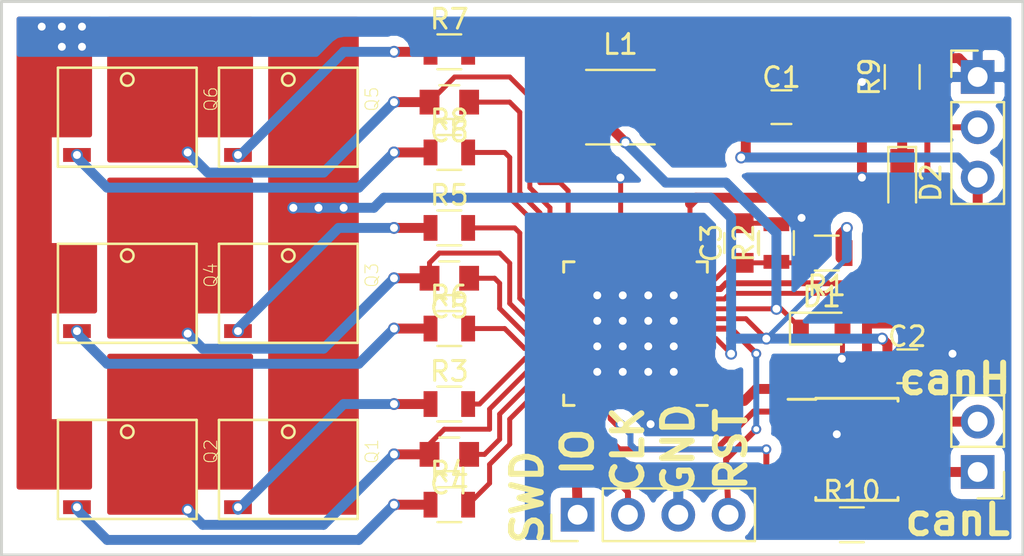
<source format=kicad_pcb>
(kicad_pcb (version 4) (host pcbnew 4.0.6)

  (general
    (links 94)
    (no_connects 0)
    (area 119.558999 87.545 172.062381 116.871)
    (thickness 1.6)
    (drawings 13)
    (tracks 390)
    (zones 0)
    (modules 30)
    (nets 56)
  )

  (page A4)
  (layers
    (0 F.Cu signal)
    (31 B.Cu signal hide)
    (32 B.Adhes user)
    (33 F.Adhes user)
    (34 B.Paste user)
    (35 F.Paste user)
    (36 B.SilkS user)
    (37 F.SilkS user)
    (38 B.Mask user)
    (39 F.Mask user)
    (40 Dwgs.User user hide)
    (41 Cmts.User user)
    (42 Eco1.User user)
    (43 Eco2.User user)
    (44 Edge.Cuts user)
    (45 Margin user)
    (46 B.CrtYd user)
    (47 F.CrtYd user hide)
    (48 B.Fab user)
    (49 F.Fab user)
  )

  (setup
    (last_trace_width 0.3)
    (user_trace_width 0.3)
    (user_trace_width 0.5)
    (user_trace_width 1)
    (user_trace_width 1.5)
    (trace_clearance 0.2)
    (zone_clearance 0.508)
    (zone_45_only no)
    (trace_min 0.16)
    (segment_width 0.2)
    (edge_width 0.15)
    (via_size 0.6)
    (via_drill 0.4)
    (via_min_size 0.4)
    (via_min_drill 0.3)
    (user_via 4 2)
    (uvia_size 0.3)
    (uvia_drill 0.1)
    (uvias_allowed no)
    (uvia_min_size 0.2)
    (uvia_min_drill 0.1)
    (pcb_text_width 0.3)
    (pcb_text_size 1.5 1.5)
    (mod_edge_width 0.15)
    (mod_text_size 1 1)
    (mod_text_width 0.15)
    (pad_size 1.524 1.524)
    (pad_drill 0.762)
    (pad_to_mask_clearance 0.2)
    (aux_axis_origin 0 0)
    (visible_elements 7FFFFFFF)
    (pcbplotparams
      (layerselection 0x010f0_80000001)
      (usegerberextensions true)
      (excludeedgelayer true)
      (linewidth 0.100000)
      (plotframeref false)
      (viasonmask false)
      (mode 1)
      (useauxorigin false)
      (hpglpennumber 1)
      (hpglpenspeed 20)
      (hpglpendiameter 15)
      (hpglpenoverlay 2)
      (psnegative false)
      (psa4output false)
      (plotreference true)
      (plotvalue false)
      (plotinvisibletext false)
      (padsonsilk false)
      (subtractmaskfromsilk false)
      (outputformat 1)
      (mirror false)
      (drillshape 0)
      (scaleselection 1)
      (outputdirectory Gerber))
  )

  (net 0 "")
  (net 1 +3V3)
  (net 2 Earth)
  (net 3 +12V)
  (net 4 "Net-(C3-Pad1)")
  (net 5 BOOT1)
  (net 6 O1)
  (net 7 BOOT2)
  (net 8 O2)
  (net 9 BOOT3)
  (net 10 O3)
  (net 11 "Net-(D1-Pad1)")
  (net 12 "Net-(D2-Pad2)")
  (net 13 "Net-(D2-Pad1)")
  (net 14 NRST)
  (net 15 SWDIO)
  (net 16 SWDCLK)
  (net 17 SENS)
  (net 18 CANL)
  (net 19 CANH)
  (net 20 "Net-(Q1-Pad4)")
  (net 21 "Net-(Q2-Pad4)")
  (net 22 "Net-(Q3-Pad4)")
  (net 23 "Net-(Q4-Pad4)")
  (net 24 "Net-(Q5-Pad4)")
  (net 25 "Net-(Q6-Pad4)")
  (net 26 H1)
  (net 27 L1)
  (net 28 H2)
  (net 29 L2)
  (net 30 H3)
  (net 31 L3)
  (net 32 "Net-(U1-Pad1)")
  (net 33 "Net-(U1-Pad2)")
  (net 34 "Net-(U1-Pad3)")
  (net 35 "Net-(U1-Pad4)")
  (net 36 "Net-(U1-Pad5)")
  (net 37 "Net-(U1-Pad14)")
  (net 38 "Net-(U1-Pad15)")
  (net 39 "Net-(U1-Pad16)")
  (net 40 "Net-(U1-Pad17)")
  (net 41 "Net-(U1-Pad18)")
  (net 42 "Net-(U1-Pad19)")
  (net 43 "Net-(U1-Pad21)")
  (net 44 "Net-(U1-Pad22)")
  (net 45 "Net-(U1-Pad23)")
  (net 46 "Net-(U1-Pad24)")
  (net 47 TX)
  (net 48 RX)
  (net 49 "Net-(U1-Pad41)")
  (net 50 "Net-(U1-Pad42)")
  (net 51 "Net-(U1-Pad43)")
  (net 52 "Net-(U1-Pad45)")
  (net 53 "Net-(U1-Pad46)")
  (net 54 "Net-(U1-Pad47)")
  (net 55 "Net-(U2-Pad5)")

  (net_class Default "This is the default net class."
    (clearance 0.2)
    (trace_width 0.25)
    (via_dia 0.6)
    (via_drill 0.4)
    (uvia_dia 0.3)
    (uvia_drill 0.1)
    (add_net +12V)
    (add_net +3V3)
    (add_net BOOT1)
    (add_net BOOT2)
    (add_net BOOT3)
    (add_net Earth)
    (add_net H1)
    (add_net H2)
    (add_net H3)
    (add_net L1)
    (add_net L2)
    (add_net L3)
    (add_net "Net-(C3-Pad1)")
    (add_net "Net-(D1-Pad1)")
    (add_net "Net-(D2-Pad1)")
    (add_net "Net-(D2-Pad2)")
    (add_net "Net-(Q1-Pad4)")
    (add_net "Net-(Q2-Pad4)")
    (add_net "Net-(Q3-Pad4)")
    (add_net "Net-(Q4-Pad4)")
    (add_net "Net-(Q5-Pad4)")
    (add_net "Net-(Q6-Pad4)")
    (add_net O1)
    (add_net O2)
    (add_net O3)
    (add_net SENS)
  )

  (net_class Fine ""
    (clearance 0.16)
    (trace_width 0.16)
    (via_dia 0.5)
    (via_drill 0.3)
    (uvia_dia 0.3)
    (uvia_drill 0.1)
    (add_net CANH)
    (add_net CANL)
    (add_net NRST)
    (add_net "Net-(U1-Pad1)")
    (add_net "Net-(U1-Pad14)")
    (add_net "Net-(U1-Pad15)")
    (add_net "Net-(U1-Pad16)")
    (add_net "Net-(U1-Pad17)")
    (add_net "Net-(U1-Pad18)")
    (add_net "Net-(U1-Pad19)")
    (add_net "Net-(U1-Pad2)")
    (add_net "Net-(U1-Pad21)")
    (add_net "Net-(U1-Pad22)")
    (add_net "Net-(U1-Pad23)")
    (add_net "Net-(U1-Pad24)")
    (add_net "Net-(U1-Pad3)")
    (add_net "Net-(U1-Pad4)")
    (add_net "Net-(U1-Pad41)")
    (add_net "Net-(U1-Pad42)")
    (add_net "Net-(U1-Pad43)")
    (add_net "Net-(U1-Pad45)")
    (add_net "Net-(U1-Pad46)")
    (add_net "Net-(U1-Pad47)")
    (add_net "Net-(U1-Pad5)")
    (add_net "Net-(U2-Pad5)")
    (add_net RX)
    (add_net SWDCLK)
    (add_net SWDIO)
    (add_net TX)
  )

  (net_class Power ""
    (clearance 0.2)
    (trace_width 1)
    (via_dia 1.5)
    (via_drill 0.4)
    (uvia_dia 0.3)
    (uvia_drill 0.1)
  )

  (module Capacitors_SMD:C_0805 (layer F.Cu) (tedit 59784765) (tstamp 59780C8D)
    (at 165.354 106.045)
    (descr "Capacitor SMD 0805, reflow soldering, AVX (see smccp.pdf)")
    (tags "capacitor 0805")
    (path /59782767)
    (attr smd)
    (fp_text reference C2 (at 0 -1.5) (layer F.SilkS)
      (effects (font (size 1 1) (thickness 0.15)))
    )
    (fp_text value 1uF (at 0 1.75) (layer F.Fab) hide
      (effects (font (size 1 1) (thickness 0.15)))
    )
    (fp_text user %R (at 0 -1.5) (layer F.Fab)
      (effects (font (size 1 1) (thickness 0.15)))
    )
    (fp_line (start -1 0.62) (end -1 -0.62) (layer F.Fab) (width 0.1))
    (fp_line (start 1 0.62) (end -1 0.62) (layer F.Fab) (width 0.1))
    (fp_line (start 1 -0.62) (end 1 0.62) (layer F.Fab) (width 0.1))
    (fp_line (start -1 -0.62) (end 1 -0.62) (layer F.Fab) (width 0.1))
    (fp_line (start 0.5 -0.85) (end -0.5 -0.85) (layer F.SilkS) (width 0.12))
    (fp_line (start -0.5 0.85) (end 0.5 0.85) (layer F.SilkS) (width 0.12))
    (fp_line (start -1.75 -0.88) (end 1.75 -0.88) (layer F.CrtYd) (width 0.05))
    (fp_line (start -1.75 -0.88) (end -1.75 0.87) (layer F.CrtYd) (width 0.05))
    (fp_line (start 1.75 0.87) (end 1.75 -0.88) (layer F.CrtYd) (width 0.05))
    (fp_line (start 1.75 0.87) (end -1.75 0.87) (layer F.CrtYd) (width 0.05))
    (pad 1 smd rect (at -1 0) (size 1 1.25) (layers F.Cu F.Paste F.Mask)
      (net 3 +12V))
    (pad 2 smd rect (at 1 0) (size 1 1.25) (layers F.Cu F.Paste F.Mask)
      (net 2 Earth))
    (model Capacitors_SMD.3dshapes/C_0805.wrl
      (at (xyz 0 0 0))
      (scale (xyz 1 1 1))
      (rotate (xyz 0 0 0))
    )
  )

  (module Capacitors_SMD:C_0805 (layer F.Cu) (tedit 597BEBFF) (tstamp 59780C93)
    (at 156.972 99.822 90)
    (descr "Capacitor SMD 0805, reflow soldering, AVX (see smccp.pdf)")
    (tags "capacitor 0805")
    (path /59781C6F)
    (attr smd)
    (fp_text reference C3 (at 0 -1.5 90) (layer F.SilkS)
      (effects (font (size 1 1) (thickness 0.15)))
    )
    (fp_text value 1uF (at 0 1.75 90) (layer F.Fab) hide
      (effects (font (size 1 1) (thickness 0.15)))
    )
    (fp_text user %R (at 0 -1.5 90) (layer F.Fab)
      (effects (font (size 1 1) (thickness 0.15)))
    )
    (fp_line (start -1 0.62) (end -1 -0.62) (layer F.Fab) (width 0.1))
    (fp_line (start 1 0.62) (end -1 0.62) (layer F.Fab) (width 0.1))
    (fp_line (start 1 -0.62) (end 1 0.62) (layer F.Fab) (width 0.1))
    (fp_line (start -1 -0.62) (end 1 -0.62) (layer F.Fab) (width 0.1))
    (fp_line (start 0.5 -0.85) (end -0.5 -0.85) (layer F.SilkS) (width 0.12))
    (fp_line (start -0.5 0.85) (end 0.5 0.85) (layer F.SilkS) (width 0.12))
    (fp_line (start -1.75 -0.88) (end 1.75 -0.88) (layer F.CrtYd) (width 0.05))
    (fp_line (start -1.75 -0.88) (end -1.75 0.87) (layer F.CrtYd) (width 0.05))
    (fp_line (start 1.75 0.87) (end 1.75 -0.88) (layer F.CrtYd) (width 0.05))
    (fp_line (start 1.75 0.87) (end -1.75 0.87) (layer F.CrtYd) (width 0.05))
    (pad 1 smd rect (at -1 0 90) (size 1 1.25) (layers F.Cu F.Paste F.Mask)
      (net 4 "Net-(C3-Pad1)"))
    (pad 2 smd rect (at 1 0 90) (size 1 1.25) (layers F.Cu F.Paste F.Mask)
      (net 2 Earth))
    (model Capacitors_SMD.3dshapes/C_0805.wrl
      (at (xyz 0 0 0))
      (scale (xyz 1 1 1))
      (rotate (xyz 0 0 0))
    )
  )

  (module Capacitors_SMD:C_0805 (layer F.Cu) (tedit 59783C1D) (tstamp 59780C99)
    (at 142.24 110.49 180)
    (descr "Capacitor SMD 0805, reflow soldering, AVX (see smccp.pdf)")
    (tags "capacitor 0805")
    (path /59775905)
    (attr smd)
    (fp_text reference C4 (at 0 -1.5 180) (layer F.SilkS)
      (effects (font (size 1 1) (thickness 0.15)))
    )
    (fp_text value 1uF (at 0 1.75 180) (layer F.Fab) hide
      (effects (font (size 1 1) (thickness 0.15)))
    )
    (fp_text user %R (at 0 -1.5 180) (layer F.Fab)
      (effects (font (size 1 1) (thickness 0.15)))
    )
    (fp_line (start -1 0.62) (end -1 -0.62) (layer F.Fab) (width 0.1))
    (fp_line (start 1 0.62) (end -1 0.62) (layer F.Fab) (width 0.1))
    (fp_line (start 1 -0.62) (end 1 0.62) (layer F.Fab) (width 0.1))
    (fp_line (start -1 -0.62) (end 1 -0.62) (layer F.Fab) (width 0.1))
    (fp_line (start 0.5 -0.85) (end -0.5 -0.85) (layer F.SilkS) (width 0.12))
    (fp_line (start -0.5 0.85) (end 0.5 0.85) (layer F.SilkS) (width 0.12))
    (fp_line (start -1.75 -0.88) (end 1.75 -0.88) (layer F.CrtYd) (width 0.05))
    (fp_line (start -1.75 -0.88) (end -1.75 0.87) (layer F.CrtYd) (width 0.05))
    (fp_line (start 1.75 0.87) (end 1.75 -0.88) (layer F.CrtYd) (width 0.05))
    (fp_line (start 1.75 0.87) (end -1.75 0.87) (layer F.CrtYd) (width 0.05))
    (pad 1 smd rect (at -1 0 180) (size 1 1.25) (layers F.Cu F.Paste F.Mask)
      (net 5 BOOT1))
    (pad 2 smd rect (at 1 0 180) (size 1 1.25) (layers F.Cu F.Paste F.Mask)
      (net 6 O1))
    (model Capacitors_SMD.3dshapes/C_0805.wrl
      (at (xyz 0 0 0))
      (scale (xyz 1 1 1))
      (rotate (xyz 0 0 0))
    )
  )

  (module Capacitors_SMD:C_0805 (layer F.Cu) (tedit 59783BA1) (tstamp 59780C9F)
    (at 142.24 101.6 180)
    (descr "Capacitor SMD 0805, reflow soldering, AVX (see smccp.pdf)")
    (tags "capacitor 0805")
    (path /59785384)
    (attr smd)
    (fp_text reference C5 (at 0 -1.5 180) (layer F.SilkS)
      (effects (font (size 1 1) (thickness 0.15)))
    )
    (fp_text value 1uF (at 0 1.75 180) (layer F.Fab) hide
      (effects (font (size 1 1) (thickness 0.15)))
    )
    (fp_text user %R (at 0 -1.5 180) (layer F.Fab)
      (effects (font (size 1 1) (thickness 0.15)))
    )
    (fp_line (start -1 0.62) (end -1 -0.62) (layer F.Fab) (width 0.1))
    (fp_line (start 1 0.62) (end -1 0.62) (layer F.Fab) (width 0.1))
    (fp_line (start 1 -0.62) (end 1 0.62) (layer F.Fab) (width 0.1))
    (fp_line (start -1 -0.62) (end 1 -0.62) (layer F.Fab) (width 0.1))
    (fp_line (start 0.5 -0.85) (end -0.5 -0.85) (layer F.SilkS) (width 0.12))
    (fp_line (start -0.5 0.85) (end 0.5 0.85) (layer F.SilkS) (width 0.12))
    (fp_line (start -1.75 -0.88) (end 1.75 -0.88) (layer F.CrtYd) (width 0.05))
    (fp_line (start -1.75 -0.88) (end -1.75 0.87) (layer F.CrtYd) (width 0.05))
    (fp_line (start 1.75 0.87) (end 1.75 -0.88) (layer F.CrtYd) (width 0.05))
    (fp_line (start 1.75 0.87) (end -1.75 0.87) (layer F.CrtYd) (width 0.05))
    (pad 1 smd rect (at -1 0 180) (size 1 1.25) (layers F.Cu F.Paste F.Mask)
      (net 7 BOOT2))
    (pad 2 smd rect (at 1 0 180) (size 1 1.25) (layers F.Cu F.Paste F.Mask)
      (net 8 O2))
    (model Capacitors_SMD.3dshapes/C_0805.wrl
      (at (xyz 0 0 0))
      (scale (xyz 1 1 1))
      (rotate (xyz 0 0 0))
    )
  )

  (module Capacitors_SMD:C_0805 (layer F.Cu) (tedit 59783C32) (tstamp 59780CA5)
    (at 142.24 92.71 180)
    (descr "Capacitor SMD 0805, reflow soldering, AVX (see smccp.pdf)")
    (tags "capacitor 0805")
    (path /59785512)
    (attr smd)
    (fp_text reference C6 (at 0 -1.5 180) (layer F.SilkS)
      (effects (font (size 1 1) (thickness 0.15)))
    )
    (fp_text value 1uF (at 0 1.75 180) (layer F.Fab) hide
      (effects (font (size 1 1) (thickness 0.15)))
    )
    (fp_text user %R (at 0 -1.5 180) (layer F.Fab)
      (effects (font (size 1 1) (thickness 0.15)))
    )
    (fp_line (start -1 0.62) (end -1 -0.62) (layer F.Fab) (width 0.1))
    (fp_line (start 1 0.62) (end -1 0.62) (layer F.Fab) (width 0.1))
    (fp_line (start 1 -0.62) (end 1 0.62) (layer F.Fab) (width 0.1))
    (fp_line (start -1 -0.62) (end 1 -0.62) (layer F.Fab) (width 0.1))
    (fp_line (start 0.5 -0.85) (end -0.5 -0.85) (layer F.SilkS) (width 0.12))
    (fp_line (start -0.5 0.85) (end 0.5 0.85) (layer F.SilkS) (width 0.12))
    (fp_line (start -1.75 -0.88) (end 1.75 -0.88) (layer F.CrtYd) (width 0.05))
    (fp_line (start -1.75 -0.88) (end -1.75 0.87) (layer F.CrtYd) (width 0.05))
    (fp_line (start 1.75 0.87) (end 1.75 -0.88) (layer F.CrtYd) (width 0.05))
    (fp_line (start 1.75 0.87) (end -1.75 0.87) (layer F.CrtYd) (width 0.05))
    (pad 1 smd rect (at -1 0 180) (size 1 1.25) (layers F.Cu F.Paste F.Mask)
      (net 9 BOOT3))
    (pad 2 smd rect (at 1 0 180) (size 1 1.25) (layers F.Cu F.Paste F.Mask)
      (net 10 O3))
    (model Capacitors_SMD.3dshapes/C_0805.wrl
      (at (xyz 0 0 0))
      (scale (xyz 1 1 1))
      (rotate (xyz 0 0 0))
    )
  )

  (module Diodes_SMD:D_0805 (layer F.Cu) (tedit 5978477C) (tstamp 59780CAB)
    (at 161.036 104.14)
    (descr "Diode SMD in 0805 package http://datasheets.avx.com/schottky.pdf")
    (tags "smd diode")
    (path /597753DE)
    (attr smd)
    (fp_text reference D1 (at 0 -1.6) (layer F.SilkS)
      (effects (font (size 1 1) (thickness 0.15)))
    )
    (fp_text value D (at 0 1.7) (layer F.Fab) hide
      (effects (font (size 1 1) (thickness 0.15)))
    )
    (fp_text user %R (at 0 -1.6) (layer F.Fab)
      (effects (font (size 1 1) (thickness 0.15)))
    )
    (fp_line (start -1.6 -0.8) (end -1.6 0.8) (layer F.SilkS) (width 0.12))
    (fp_line (start -1.7 0.88) (end -1.7 -0.88) (layer F.CrtYd) (width 0.05))
    (fp_line (start 1.7 0.88) (end -1.7 0.88) (layer F.CrtYd) (width 0.05))
    (fp_line (start 1.7 -0.88) (end 1.7 0.88) (layer F.CrtYd) (width 0.05))
    (fp_line (start -1.7 -0.88) (end 1.7 -0.88) (layer F.CrtYd) (width 0.05))
    (fp_line (start 0.2 0) (end 0.4 0) (layer F.Fab) (width 0.1))
    (fp_line (start -0.1 0) (end -0.3 0) (layer F.Fab) (width 0.1))
    (fp_line (start -0.1 -0.2) (end -0.1 0.2) (layer F.Fab) (width 0.1))
    (fp_line (start 0.2 0.2) (end 0.2 -0.2) (layer F.Fab) (width 0.1))
    (fp_line (start -0.1 0) (end 0.2 0.2) (layer F.Fab) (width 0.1))
    (fp_line (start 0.2 -0.2) (end -0.1 0) (layer F.Fab) (width 0.1))
    (fp_line (start -1 0.65) (end -1 -0.65) (layer F.Fab) (width 0.1))
    (fp_line (start 1 0.65) (end -1 0.65) (layer F.Fab) (width 0.1))
    (fp_line (start 1 -0.65) (end 1 0.65) (layer F.Fab) (width 0.1))
    (fp_line (start -1 -0.65) (end 1 -0.65) (layer F.Fab) (width 0.1))
    (fp_line (start -1.6 0.8) (end 1 0.8) (layer F.SilkS) (width 0.12))
    (fp_line (start -1.6 -0.8) (end 1 -0.8) (layer F.SilkS) (width 0.12))
    (pad 1 smd rect (at -1.05 0) (size 0.8 0.9) (layers F.Cu F.Paste F.Mask)
      (net 11 "Net-(D1-Pad1)"))
    (pad 2 smd rect (at 1.05 0) (size 0.8 0.9) (layers F.Cu F.Paste F.Mask)
      (net 2 Earth))
    (model ${KISYS3DMOD}/Diodes_SMD.3dshapes/D_0805.wrl
      (at (xyz 0 0 0))
      (scale (xyz 1 1 1))
      (rotate (xyz 0 0 0))
    )
  )

  (module LEDs:LED_0805 (layer F.Cu) (tedit 597BF4BC) (tstamp 59780CB1)
    (at 165.1 96.774 270)
    (descr "LED 0805 smd package")
    (tags "LED led 0805 SMD smd SMT smt smdled SMDLED smtled SMTLED")
    (path /5978721B)
    (attr smd)
    (fp_text reference D2 (at 0 -1.45 270) (layer F.SilkS)
      (effects (font (size 1 1) (thickness 0.15)))
    )
    (fp_text value LED (at 0 1.55 270) (layer F.Fab) hide
      (effects (font (size 1 1) (thickness 0.15)))
    )
    (fp_line (start -1.8 -0.7) (end -1.8 0.7) (layer F.SilkS) (width 0.12))
    (fp_line (start -0.4 -0.4) (end -0.4 0.4) (layer F.Fab) (width 0.1))
    (fp_line (start -0.4 0) (end 0.2 -0.4) (layer F.Fab) (width 0.1))
    (fp_line (start 0.2 0.4) (end -0.4 0) (layer F.Fab) (width 0.1))
    (fp_line (start 0.2 -0.4) (end 0.2 0.4) (layer F.Fab) (width 0.1))
    (fp_line (start 1 0.6) (end -1 0.6) (layer F.Fab) (width 0.1))
    (fp_line (start 1 -0.6) (end 1 0.6) (layer F.Fab) (width 0.1))
    (fp_line (start -1 -0.6) (end 1 -0.6) (layer F.Fab) (width 0.1))
    (fp_line (start -1 0.6) (end -1 -0.6) (layer F.Fab) (width 0.1))
    (fp_line (start -1.8 0.7) (end 1 0.7) (layer F.SilkS) (width 0.12))
    (fp_line (start -1.8 -0.7) (end 1 -0.7) (layer F.SilkS) (width 0.12))
    (fp_line (start 1.95 -0.85) (end 1.95 0.85) (layer F.CrtYd) (width 0.05))
    (fp_line (start 1.95 0.85) (end -1.95 0.85) (layer F.CrtYd) (width 0.05))
    (fp_line (start -1.95 0.85) (end -1.95 -0.85) (layer F.CrtYd) (width 0.05))
    (fp_line (start -1.95 -0.85) (end 1.95 -0.85) (layer F.CrtYd) (width 0.05))
    (pad 2 smd rect (at 1.1 0 90) (size 1.2 1.2) (layers F.Cu F.Paste F.Mask)
      (net 12 "Net-(D2-Pad2)"))
    (pad 1 smd rect (at -1.1 0 90) (size 1.2 1.2) (layers F.Cu F.Paste F.Mask)
      (net 13 "Net-(D2-Pad1)"))
    (model ${KISYS3DMOD}/LEDs.3dshapes/LED_0805.wrl
      (at (xyz 0 0 0))
      (scale (xyz 1 1 1))
      (rotate (xyz 0 0 180))
    )
  )

  (module Pin_Headers:Pin_Header_Straight_1x04_Pitch2.54mm (layer F.Cu) (tedit 597F0750) (tstamp 59780CB9)
    (at 148.717 113.538 90)
    (descr "Through hole straight pin header, 1x04, 2.54mm pitch, single row")
    (tags "Through hole pin header THT 1x04 2.54mm single row")
    (path /59780882)
    (fp_text reference J1 (at 0 -2.33 90) (layer F.SilkS) hide
      (effects (font (size 1 1) (thickness 0.15)))
    )
    (fp_text value SWD (at 0 9.95 90) (layer F.Fab) hide
      (effects (font (size 1 1) (thickness 0.15)))
    )
    (fp_line (start -0.635 -1.27) (end 1.27 -1.27) (layer F.Fab) (width 0.1))
    (fp_line (start 1.27 -1.27) (end 1.27 8.89) (layer F.Fab) (width 0.1))
    (fp_line (start 1.27 8.89) (end -1.27 8.89) (layer F.Fab) (width 0.1))
    (fp_line (start -1.27 8.89) (end -1.27 -0.635) (layer F.Fab) (width 0.1))
    (fp_line (start -1.27 -0.635) (end -0.635 -1.27) (layer F.Fab) (width 0.1))
    (fp_line (start -1.33 8.95) (end 1.33 8.95) (layer F.SilkS) (width 0.12))
    (fp_line (start -1.33 1.27) (end -1.33 8.95) (layer F.SilkS) (width 0.12))
    (fp_line (start 1.33 1.27) (end 1.33 8.95) (layer F.SilkS) (width 0.12))
    (fp_line (start -1.33 1.27) (end 1.33 1.27) (layer F.SilkS) (width 0.12))
    (fp_line (start -1.33 0) (end -1.33 -1.33) (layer F.SilkS) (width 0.12))
    (fp_line (start -1.33 -1.33) (end 0 -1.33) (layer F.SilkS) (width 0.12))
    (fp_line (start -1.8 -1.8) (end -1.8 9.4) (layer F.CrtYd) (width 0.05))
    (fp_line (start -1.8 9.4) (end 1.8 9.4) (layer F.CrtYd) (width 0.05))
    (fp_line (start 1.8 9.4) (end 1.8 -1.8) (layer F.CrtYd) (width 0.05))
    (fp_line (start 1.8 -1.8) (end -1.8 -1.8) (layer F.CrtYd) (width 0.05))
    (fp_text user %R (at 0 3.81 180) (layer F.Fab) hide
      (effects (font (size 1 1) (thickness 0.15)))
    )
    (pad 1 thru_hole rect (at 0 0 90) (size 1.7 1.7) (drill 1) (layers *.Cu *.Mask)
      (net 15 SWDIO))
    (pad 2 thru_hole oval (at 0 2.54 90) (size 1.7 1.7) (drill 1) (layers *.Cu *.Mask)
      (net 16 SWDCLK))
    (pad 3 thru_hole oval (at 0 5.08 90) (size 1.7 1.7) (drill 1) (layers *.Cu *.Mask)
      (net 2 Earth))
    (pad 4 thru_hole oval (at 0 7.62 90) (size 1.7 1.7) (drill 1) (layers *.Cu *.Mask)
      (net 14 NRST))
    (model ${KISYS3DMOD}/Pin_Headers.3dshapes/Pin_Header_Straight_1x04_Pitch2.54mm.wrl
      (at (xyz 0 0 0))
      (scale (xyz 1 1 1))
      (rotate (xyz 0 0 0))
    )
  )

  (module Pin_Headers:Pin_Header_Straight_1x03_Pitch2.54mm (layer F.Cu) (tedit 597F074B) (tstamp 59780CC0)
    (at 168.91 91.44)
    (descr "Through hole straight pin header, 1x03, 2.54mm pitch, single row")
    (tags "Through hole pin header THT 1x03 2.54mm single row")
    (path /5977A1A0)
    (fp_text reference J2 (at 0 -2.33) (layer F.SilkS) hide
      (effects (font (size 1 1) (thickness 0.15)))
    )
    (fp_text value SENSOR (at 0 7.41) (layer F.Fab) hide
      (effects (font (size 1 1) (thickness 0.15)))
    )
    (fp_line (start -0.635 -1.27) (end 1.27 -1.27) (layer F.Fab) (width 0.1))
    (fp_line (start 1.27 -1.27) (end 1.27 6.35) (layer F.Fab) (width 0.1))
    (fp_line (start 1.27 6.35) (end -1.27 6.35) (layer F.Fab) (width 0.1))
    (fp_line (start -1.27 6.35) (end -1.27 -0.635) (layer F.Fab) (width 0.1))
    (fp_line (start -1.27 -0.635) (end -0.635 -1.27) (layer F.Fab) (width 0.1))
    (fp_line (start -1.33 6.41) (end 1.33 6.41) (layer F.SilkS) (width 0.12))
    (fp_line (start -1.33 1.27) (end -1.33 6.41) (layer F.SilkS) (width 0.12))
    (fp_line (start 1.33 1.27) (end 1.33 6.41) (layer F.SilkS) (width 0.12))
    (fp_line (start -1.33 1.27) (end 1.33 1.27) (layer F.SilkS) (width 0.12))
    (fp_line (start -1.33 0) (end -1.33 -1.33) (layer F.SilkS) (width 0.12))
    (fp_line (start -1.33 -1.33) (end 0 -1.33) (layer F.SilkS) (width 0.12))
    (fp_line (start -1.8 -1.8) (end -1.8 6.85) (layer F.CrtYd) (width 0.05))
    (fp_line (start -1.8 6.85) (end 1.8 6.85) (layer F.CrtYd) (width 0.05))
    (fp_line (start 1.8 6.85) (end 1.8 -1.8) (layer F.CrtYd) (width 0.05))
    (fp_line (start 1.8 -1.8) (end -1.8 -1.8) (layer F.CrtYd) (width 0.05))
    (fp_text user %R (at 0 2.54 90) (layer F.Fab) hide
      (effects (font (size 1 1) (thickness 0.15)))
    )
    (pad 1 thru_hole rect (at 0 0) (size 1.7 1.7) (drill 1) (layers *.Cu *.Mask)
      (net 2 Earth))
    (pad 2 thru_hole oval (at 0 2.54) (size 1.7 1.7) (drill 1) (layers *.Cu *.Mask)
      (net 17 SENS))
    (pad 3 thru_hole oval (at 0 5.08) (size 1.7 1.7) (drill 1) (layers *.Cu *.Mask)
      (net 1 +3V3))
    (model ${KISYS3DMOD}/Pin_Headers.3dshapes/Pin_Header_Straight_1x03_Pitch2.54mm.wrl
      (at (xyz 0 0 0))
      (scale (xyz 1 1 1))
      (rotate (xyz 0 0 0))
    )
  )

  (module Pin_Headers:Pin_Header_Straight_1x02_Pitch2.54mm (layer F.Cu) (tedit 597BF4C4) (tstamp 59780CC6)
    (at 168.91 111.379 180)
    (descr "Through hole straight pin header, 1x02, 2.54mm pitch, single row")
    (tags "Through hole pin header THT 1x02 2.54mm single row")
    (path /59777EAC)
    (fp_text reference J3 (at 0 -2.33 180) (layer F.SilkS) hide
      (effects (font (size 1 1) (thickness 0.15)))
    )
    (fp_text value CAN (at 0 4.87 180) (layer F.Fab) hide
      (effects (font (size 1 1) (thickness 0.15)))
    )
    (fp_line (start -0.635 -1.27) (end 1.27 -1.27) (layer F.Fab) (width 0.1))
    (fp_line (start 1.27 -1.27) (end 1.27 3.81) (layer F.Fab) (width 0.1))
    (fp_line (start 1.27 3.81) (end -1.27 3.81) (layer F.Fab) (width 0.1))
    (fp_line (start -1.27 3.81) (end -1.27 -0.635) (layer F.Fab) (width 0.1))
    (fp_line (start -1.27 -0.635) (end -0.635 -1.27) (layer F.Fab) (width 0.1))
    (fp_line (start -1.33 3.87) (end 1.33 3.87) (layer F.SilkS) (width 0.12))
    (fp_line (start -1.33 1.27) (end -1.33 3.87) (layer F.SilkS) (width 0.12))
    (fp_line (start 1.33 1.27) (end 1.33 3.87) (layer F.SilkS) (width 0.12))
    (fp_line (start -1.33 1.27) (end 1.33 1.27) (layer F.SilkS) (width 0.12))
    (fp_line (start -1.33 0) (end -1.33 -1.33) (layer F.SilkS) (width 0.12))
    (fp_line (start -1.33 -1.33) (end 0 -1.33) (layer F.SilkS) (width 0.12))
    (fp_line (start -1.8 -1.8) (end -1.8 4.35) (layer F.CrtYd) (width 0.05))
    (fp_line (start -1.8 4.35) (end 1.8 4.35) (layer F.CrtYd) (width 0.05))
    (fp_line (start 1.8 4.35) (end 1.8 -1.8) (layer F.CrtYd) (width 0.05))
    (fp_line (start 1.8 -1.8) (end -1.8 -1.8) (layer F.CrtYd) (width 0.05))
    (fp_text user %R (at 0 1.27 270) (layer F.Fab)
      (effects (font (size 1 1) (thickness 0.15)))
    )
    (pad 1 thru_hole rect (at 0 0 180) (size 1.7 1.7) (drill 1) (layers *.Cu *.Mask)
      (net 18 CANL))
    (pad 2 thru_hole oval (at 0 2.54 180) (size 1.7 1.7) (drill 1) (layers *.Cu *.Mask)
      (net 19 CANH))
    (model ${KISYS3DMOD}/Pin_Headers.3dshapes/Pin_Header_Straight_1x02_Pitch2.54mm.wrl
      (at (xyz 0 0 0))
      (scale (xyz 1 1 1))
      (rotate (xyz 0 0 0))
    )
  )

  (module Misha:LFPAK (layer F.Cu) (tedit 5978566A) (tstamp 59780CD5)
    (at 134.112 111.252 270)
    (path /59775678)
    (attr smd)
    (fp_text reference Q1 (at -0.9144 -4.2164 270) (layer F.SilkS)
      (effects (font (size 0.64 0.64) (thickness 0.05)))
    )
    (fp_text value PSMN3R3-40YS (at 0 0 270) (layer F.SilkS) hide
      (effects (font (size 1 0.9) (thickness 0.05)))
    )
    (fp_line (start -2.5 -3.5) (end 2.5 -3.5) (layer F.SilkS) (width 0.127))
    (fp_line (start 2.5 -3.5) (end 2.5 3.5) (layer F.SilkS) (width 0.127))
    (fp_line (start 2.5 3.5) (end -2.5 3.5) (layer F.SilkS) (width 0.127))
    (fp_line (start -2.5 3.5) (end -2.5 -3.5) (layer F.SilkS) (width 0.127))
    (fp_circle (center -1.905 0) (end -1.5875 0) (layer F.SilkS) (width 0.127))
    (fp_line (start -2.5 -3.5) (end -2.5 3.5) (layer Dwgs.User) (width 0.127))
    (fp_line (start -2.5 3.5) (end 2.5 3.5) (layer Dwgs.User) (width 0.127))
    (fp_line (start 2.5 3.5) (end 2.5 -3.5) (layer Dwgs.User) (width 0.127))
    (fp_line (start 2.5 -3.5) (end -2.5 -3.5) (layer Dwgs.User) (width 0.127))
    (fp_poly (pts (xy -2.413 -3.429) (xy 2.413 -3.429) (xy 2.413 3.429) (xy -2.413 3.429)) (layer Dwgs.User) (width 0.381))
    (pad 1 smd rect (at -1.905 2.54 180) (size 1.4 0.7) (layers F.Cu F.Paste F.Mask)
      (net 6 O1))
    (pad 2 smd rect (at -0.635 2.54 180) (size 1.4 0.7) (layers F.Cu F.Paste F.Mask)
      (net 6 O1))
    (pad 3 smd rect (at 0.635 2.54 180) (size 1.4 0.7) (layers F.Cu F.Paste F.Mask)
      (net 6 O1))
    (pad 4 smd rect (at 1.905 2.54 180) (size 1.4 0.7) (layers F.Cu F.Paste F.Mask)
      (net 20 "Net-(Q1-Pad4)"))
    (pad 5678 smd rect (at 0 -1.27 180) (size 4.3 4.41) (layers F.Cu F.Paste F.Mask)
      (net 3 +12V))
  )

  (module Misha:LFPAK (layer F.Cu) (tedit 59785678) (tstamp 59780CDE)
    (at 125.984 111.252 270)
    (path /59775732)
    (attr smd)
    (fp_text reference Q2 (at -0.9144 -4.2164 270) (layer F.SilkS)
      (effects (font (size 0.64 0.64) (thickness 0.05)))
    )
    (fp_text value PSMN3R3-40YS (at 0 0 270) (layer F.SilkS) hide
      (effects (font (size 1 0.9) (thickness 0.05)))
    )
    (fp_line (start -2.5 -3.5) (end 2.5 -3.5) (layer F.SilkS) (width 0.127))
    (fp_line (start 2.5 -3.5) (end 2.5 3.5) (layer F.SilkS) (width 0.127))
    (fp_line (start 2.5 3.5) (end -2.5 3.5) (layer F.SilkS) (width 0.127))
    (fp_line (start -2.5 3.5) (end -2.5 -3.5) (layer F.SilkS) (width 0.127))
    (fp_circle (center -1.905 0) (end -1.5875 0) (layer F.SilkS) (width 0.127))
    (fp_line (start -2.5 -3.5) (end -2.5 3.5) (layer Dwgs.User) (width 0.127))
    (fp_line (start -2.5 3.5) (end 2.5 3.5) (layer Dwgs.User) (width 0.127))
    (fp_line (start 2.5 3.5) (end 2.5 -3.5) (layer Dwgs.User) (width 0.127))
    (fp_line (start 2.5 -3.5) (end -2.5 -3.5) (layer Dwgs.User) (width 0.127))
    (fp_poly (pts (xy -2.413 -3.429) (xy 2.413 -3.429) (xy 2.413 3.429) (xy -2.413 3.429)) (layer Dwgs.User) (width 0.381))
    (pad 1 smd rect (at -1.905 2.54 180) (size 1.4 0.7) (layers F.Cu F.Paste F.Mask)
      (net 2 Earth))
    (pad 2 smd rect (at -0.635 2.54 180) (size 1.4 0.7) (layers F.Cu F.Paste F.Mask)
      (net 2 Earth))
    (pad 3 smd rect (at 0.635 2.54 180) (size 1.4 0.7) (layers F.Cu F.Paste F.Mask)
      (net 2 Earth))
    (pad 4 smd rect (at 1.905 2.54 180) (size 1.4 0.7) (layers F.Cu F.Paste F.Mask)
      (net 21 "Net-(Q2-Pad4)"))
    (pad 5678 smd rect (at 0 -1.27 180) (size 4.3 4.41) (layers F.Cu F.Paste F.Mask)
      (net 6 O1))
  )

  (module Misha:LFPAK (layer F.Cu) (tedit 5978566D) (tstamp 59780CE7)
    (at 134.112 102.362 270)
    (path /59785356)
    (attr smd)
    (fp_text reference Q3 (at -0.9144 -4.2164 270) (layer F.SilkS)
      (effects (font (size 0.64 0.64) (thickness 0.05)))
    )
    (fp_text value PSMN3R3-40YS (at 0 0 270) (layer F.SilkS) hide
      (effects (font (size 1 0.9) (thickness 0.05)))
    )
    (fp_line (start -2.5 -3.5) (end 2.5 -3.5) (layer F.SilkS) (width 0.127))
    (fp_line (start 2.5 -3.5) (end 2.5 3.5) (layer F.SilkS) (width 0.127))
    (fp_line (start 2.5 3.5) (end -2.5 3.5) (layer F.SilkS) (width 0.127))
    (fp_line (start -2.5 3.5) (end -2.5 -3.5) (layer F.SilkS) (width 0.127))
    (fp_circle (center -1.905 0) (end -1.5875 0) (layer F.SilkS) (width 0.127))
    (fp_line (start -2.5 -3.5) (end -2.5 3.5) (layer Dwgs.User) (width 0.127))
    (fp_line (start -2.5 3.5) (end 2.5 3.5) (layer Dwgs.User) (width 0.127))
    (fp_line (start 2.5 3.5) (end 2.5 -3.5) (layer Dwgs.User) (width 0.127))
    (fp_line (start 2.5 -3.5) (end -2.5 -3.5) (layer Dwgs.User) (width 0.127))
    (fp_poly (pts (xy -2.413 -3.429) (xy 2.413 -3.429) (xy 2.413 3.429) (xy -2.413 3.429)) (layer Dwgs.User) (width 0.381))
    (pad 1 smd rect (at -1.905 2.54 180) (size 1.4 0.7) (layers F.Cu F.Paste F.Mask)
      (net 8 O2))
    (pad 2 smd rect (at -0.635 2.54 180) (size 1.4 0.7) (layers F.Cu F.Paste F.Mask)
      (net 8 O2))
    (pad 3 smd rect (at 0.635 2.54 180) (size 1.4 0.7) (layers F.Cu F.Paste F.Mask)
      (net 8 O2))
    (pad 4 smd rect (at 1.905 2.54 180) (size 1.4 0.7) (layers F.Cu F.Paste F.Mask)
      (net 22 "Net-(Q3-Pad4)"))
    (pad 5678 smd rect (at 0 -1.27 180) (size 4.3 4.41) (layers F.Cu F.Paste F.Mask)
      (net 3 +12V))
  )

  (module Misha:LFPAK (layer F.Cu) (tedit 59785673) (tstamp 59780CF0)
    (at 125.984 102.362 270)
    (path /5978535E)
    (attr smd)
    (fp_text reference Q4 (at -0.9144 -4.2164 270) (layer F.SilkS)
      (effects (font (size 0.64 0.64) (thickness 0.05)))
    )
    (fp_text value PSMN3R3-40YS (at 0 0 270) (layer F.SilkS) hide
      (effects (font (size 1 0.9) (thickness 0.05)))
    )
    (fp_line (start -2.5 -3.5) (end 2.5 -3.5) (layer F.SilkS) (width 0.127))
    (fp_line (start 2.5 -3.5) (end 2.5 3.5) (layer F.SilkS) (width 0.127))
    (fp_line (start 2.5 3.5) (end -2.5 3.5) (layer F.SilkS) (width 0.127))
    (fp_line (start -2.5 3.5) (end -2.5 -3.5) (layer F.SilkS) (width 0.127))
    (fp_circle (center -1.905 0) (end -1.5875 0) (layer F.SilkS) (width 0.127))
    (fp_line (start -2.5 -3.5) (end -2.5 3.5) (layer Dwgs.User) (width 0.127))
    (fp_line (start -2.5 3.5) (end 2.5 3.5) (layer Dwgs.User) (width 0.127))
    (fp_line (start 2.5 3.5) (end 2.5 -3.5) (layer Dwgs.User) (width 0.127))
    (fp_line (start 2.5 -3.5) (end -2.5 -3.5) (layer Dwgs.User) (width 0.127))
    (fp_poly (pts (xy -2.413 -3.429) (xy 2.413 -3.429) (xy 2.413 3.429) (xy -2.413 3.429)) (layer Dwgs.User) (width 0.381))
    (pad 1 smd rect (at -1.905 2.54 180) (size 1.4 0.7) (layers F.Cu F.Paste F.Mask)
      (net 2 Earth))
    (pad 2 smd rect (at -0.635 2.54 180) (size 1.4 0.7) (layers F.Cu F.Paste F.Mask)
      (net 2 Earth))
    (pad 3 smd rect (at 0.635 2.54 180) (size 1.4 0.7) (layers F.Cu F.Paste F.Mask)
      (net 2 Earth))
    (pad 4 smd rect (at 1.905 2.54 180) (size 1.4 0.7) (layers F.Cu F.Paste F.Mask)
      (net 23 "Net-(Q4-Pad4)"))
    (pad 5678 smd rect (at 0 -1.27 180) (size 4.3 4.41) (layers F.Cu F.Paste F.Mask)
      (net 8 O2))
  )

  (module Misha:LFPAK (layer F.Cu) (tedit 59785664) (tstamp 59780CF9)
    (at 134.112 93.472 270)
    (path /597854E4)
    (attr smd)
    (fp_text reference Q5 (at -0.9144 -4.2164 270) (layer F.SilkS)
      (effects (font (size 0.64 0.64) (thickness 0.05)))
    )
    (fp_text value PSMN3R3-40YS (at 0 0 270) (layer F.SilkS) hide
      (effects (font (size 1 0.9) (thickness 0.05)))
    )
    (fp_line (start -2.5 -3.5) (end 2.5 -3.5) (layer F.SilkS) (width 0.127))
    (fp_line (start 2.5 -3.5) (end 2.5 3.5) (layer F.SilkS) (width 0.127))
    (fp_line (start 2.5 3.5) (end -2.5 3.5) (layer F.SilkS) (width 0.127))
    (fp_line (start -2.5 3.5) (end -2.5 -3.5) (layer F.SilkS) (width 0.127))
    (fp_circle (center -1.905 0) (end -1.5875 0) (layer F.SilkS) (width 0.127))
    (fp_line (start -2.5 -3.5) (end -2.5 3.5) (layer Dwgs.User) (width 0.127))
    (fp_line (start -2.5 3.5) (end 2.5 3.5) (layer Dwgs.User) (width 0.127))
    (fp_line (start 2.5 3.5) (end 2.5 -3.5) (layer Dwgs.User) (width 0.127))
    (fp_line (start 2.5 -3.5) (end -2.5 -3.5) (layer Dwgs.User) (width 0.127))
    (fp_poly (pts (xy -2.413 -3.429) (xy 2.413 -3.429) (xy 2.413 3.429) (xy -2.413 3.429)) (layer Dwgs.User) (width 0.381))
    (pad 1 smd rect (at -1.905 2.54 180) (size 1.4 0.7) (layers F.Cu F.Paste F.Mask)
      (net 10 O3))
    (pad 2 smd rect (at -0.635 2.54 180) (size 1.4 0.7) (layers F.Cu F.Paste F.Mask)
      (net 10 O3))
    (pad 3 smd rect (at 0.635 2.54 180) (size 1.4 0.7) (layers F.Cu F.Paste F.Mask)
      (net 10 O3))
    (pad 4 smd rect (at 1.905 2.54 180) (size 1.4 0.7) (layers F.Cu F.Paste F.Mask)
      (net 24 "Net-(Q5-Pad4)"))
    (pad 5678 smd rect (at 0 -1.27 180) (size 4.3 4.41) (layers F.Cu F.Paste F.Mask)
      (net 3 +12V))
  )

  (module Misha:LFPAK (layer F.Cu) (tedit 59785670) (tstamp 59780D02)
    (at 125.984 93.472 270)
    (path /597854EC)
    (attr smd)
    (fp_text reference Q6 (at -0.9144 -4.2164 270) (layer F.SilkS)
      (effects (font (size 0.64 0.64) (thickness 0.05)))
    )
    (fp_text value PSMN3R3-40YS (at 0 0 270) (layer F.SilkS) hide
      (effects (font (size 1 0.9) (thickness 0.05)))
    )
    (fp_line (start -2.5 -3.5) (end 2.5 -3.5) (layer F.SilkS) (width 0.127))
    (fp_line (start 2.5 -3.5) (end 2.5 3.5) (layer F.SilkS) (width 0.127))
    (fp_line (start 2.5 3.5) (end -2.5 3.5) (layer F.SilkS) (width 0.127))
    (fp_line (start -2.5 3.5) (end -2.5 -3.5) (layer F.SilkS) (width 0.127))
    (fp_circle (center -1.905 0) (end -1.5875 0) (layer F.SilkS) (width 0.127))
    (fp_line (start -2.5 -3.5) (end -2.5 3.5) (layer Dwgs.User) (width 0.127))
    (fp_line (start -2.5 3.5) (end 2.5 3.5) (layer Dwgs.User) (width 0.127))
    (fp_line (start 2.5 3.5) (end 2.5 -3.5) (layer Dwgs.User) (width 0.127))
    (fp_line (start 2.5 -3.5) (end -2.5 -3.5) (layer Dwgs.User) (width 0.127))
    (fp_poly (pts (xy -2.413 -3.429) (xy 2.413 -3.429) (xy 2.413 3.429) (xy -2.413 3.429)) (layer Dwgs.User) (width 0.381))
    (pad 1 smd rect (at -1.905 2.54 180) (size 1.4 0.7) (layers F.Cu F.Paste F.Mask)
      (net 2 Earth))
    (pad 2 smd rect (at -0.635 2.54 180) (size 1.4 0.7) (layers F.Cu F.Paste F.Mask)
      (net 2 Earth))
    (pad 3 smd rect (at 0.635 2.54 180) (size 1.4 0.7) (layers F.Cu F.Paste F.Mask)
      (net 2 Earth))
    (pad 4 smd rect (at 1.905 2.54 180) (size 1.4 0.7) (layers F.Cu F.Paste F.Mask)
      (net 25 "Net-(Q6-Pad4)"))
    (pad 5678 smd rect (at 0 -1.27 180) (size 4.3 4.41) (layers F.Cu F.Paste F.Mask)
      (net 10 O3))
  )

  (module Resistors_SMD:R_0805 (layer F.Cu) (tedit 597BEC05) (tstamp 59780D08)
    (at 161.29 100.33 180)
    (descr "Resistor SMD 0805, reflow soldering, Vishay (see dcrcw.pdf)")
    (tags "resistor 0805")
    (path /59781D39)
    (attr smd)
    (fp_text reference R1 (at 0 -1.65 180) (layer F.SilkS)
      (effects (font (size 1 1) (thickness 0.15)))
    )
    (fp_text value 47K (at 0 1.75 180) (layer F.Fab) hide
      (effects (font (size 1 1) (thickness 0.15)))
    )
    (fp_text user %R (at 0 0 180) (layer F.Fab)
      (effects (font (size 0.5 0.5) (thickness 0.075)))
    )
    (fp_line (start -1 0.62) (end -1 -0.62) (layer F.Fab) (width 0.1))
    (fp_line (start 1 0.62) (end -1 0.62) (layer F.Fab) (width 0.1))
    (fp_line (start 1 -0.62) (end 1 0.62) (layer F.Fab) (width 0.1))
    (fp_line (start -1 -0.62) (end 1 -0.62) (layer F.Fab) (width 0.1))
    (fp_line (start 0.6 0.88) (end -0.6 0.88) (layer F.SilkS) (width 0.12))
    (fp_line (start -0.6 -0.88) (end 0.6 -0.88) (layer F.SilkS) (width 0.12))
    (fp_line (start -1.55 -0.9) (end 1.55 -0.9) (layer F.CrtYd) (width 0.05))
    (fp_line (start -1.55 -0.9) (end -1.55 0.9) (layer F.CrtYd) (width 0.05))
    (fp_line (start 1.55 0.9) (end 1.55 -0.9) (layer F.CrtYd) (width 0.05))
    (fp_line (start 1.55 0.9) (end -1.55 0.9) (layer F.CrtYd) (width 0.05))
    (pad 1 smd rect (at -0.95 0 180) (size 0.7 1.3) (layers F.Cu F.Paste F.Mask)
      (net 3 +12V))
    (pad 2 smd rect (at 0.95 0 180) (size 0.7 1.3) (layers F.Cu F.Paste F.Mask)
      (net 4 "Net-(C3-Pad1)"))
    (model ${KISYS3DMOD}/Resistors_SMD.3dshapes/R_0805.wrl
      (at (xyz 0 0 0))
      (scale (xyz 1 1 1))
      (rotate (xyz 0 0 0))
    )
  )

  (module Resistors_SMD:R_0805 (layer F.Cu) (tedit 59784783) (tstamp 59780D0E)
    (at 158.75 99.822 90)
    (descr "Resistor SMD 0805, reflow soldering, Vishay (see dcrcw.pdf)")
    (tags "resistor 0805")
    (path /59781CD6)
    (attr smd)
    (fp_text reference R2 (at 0 -1.65 90) (layer F.SilkS)
      (effects (font (size 1 1) (thickness 0.15)))
    )
    (fp_text value 10K (at 0 1.75 90) (layer F.Fab) hide
      (effects (font (size 1 1) (thickness 0.15)))
    )
    (fp_text user %R (at 0 0 90) (layer F.Fab)
      (effects (font (size 0.5 0.5) (thickness 0.075)))
    )
    (fp_line (start -1 0.62) (end -1 -0.62) (layer F.Fab) (width 0.1))
    (fp_line (start 1 0.62) (end -1 0.62) (layer F.Fab) (width 0.1))
    (fp_line (start 1 -0.62) (end 1 0.62) (layer F.Fab) (width 0.1))
    (fp_line (start -1 -0.62) (end 1 -0.62) (layer F.Fab) (width 0.1))
    (fp_line (start 0.6 0.88) (end -0.6 0.88) (layer F.SilkS) (width 0.12))
    (fp_line (start -0.6 -0.88) (end 0.6 -0.88) (layer F.SilkS) (width 0.12))
    (fp_line (start -1.55 -0.9) (end 1.55 -0.9) (layer F.CrtYd) (width 0.05))
    (fp_line (start -1.55 -0.9) (end -1.55 0.9) (layer F.CrtYd) (width 0.05))
    (fp_line (start 1.55 0.9) (end 1.55 -0.9) (layer F.CrtYd) (width 0.05))
    (fp_line (start 1.55 0.9) (end -1.55 0.9) (layer F.CrtYd) (width 0.05))
    (pad 1 smd rect (at -0.95 0 90) (size 0.7 1.3) (layers F.Cu F.Paste F.Mask)
      (net 4 "Net-(C3-Pad1)"))
    (pad 2 smd rect (at 0.95 0 90) (size 0.7 1.3) (layers F.Cu F.Paste F.Mask)
      (net 2 Earth))
    (model ${KISYS3DMOD}/Resistors_SMD.3dshapes/R_0805.wrl
      (at (xyz 0 0 0))
      (scale (xyz 1 1 1))
      (rotate (xyz 0 0 0))
    )
  )

  (module Resistors_SMD:R_0805 (layer F.Cu) (tedit 59783C24) (tstamp 59780D14)
    (at 142.24 107.95)
    (descr "Resistor SMD 0805, reflow soldering, Vishay (see dcrcw.pdf)")
    (tags "resistor 0805")
    (path /59775781)
    (attr smd)
    (fp_text reference R3 (at 0 -1.65) (layer F.SilkS)
      (effects (font (size 1 1) (thickness 0.15)))
    )
    (fp_text value 10 (at 0 1.75) (layer F.Fab) hide
      (effects (font (size 1 1) (thickness 0.15)))
    )
    (fp_text user %R (at 0 0) (layer F.Fab)
      (effects (font (size 0.5 0.5) (thickness 0.075)))
    )
    (fp_line (start -1 0.62) (end -1 -0.62) (layer F.Fab) (width 0.1))
    (fp_line (start 1 0.62) (end -1 0.62) (layer F.Fab) (width 0.1))
    (fp_line (start 1 -0.62) (end 1 0.62) (layer F.Fab) (width 0.1))
    (fp_line (start -1 -0.62) (end 1 -0.62) (layer F.Fab) (width 0.1))
    (fp_line (start 0.6 0.88) (end -0.6 0.88) (layer F.SilkS) (width 0.12))
    (fp_line (start -0.6 -0.88) (end 0.6 -0.88) (layer F.SilkS) (width 0.12))
    (fp_line (start -1.55 -0.9) (end 1.55 -0.9) (layer F.CrtYd) (width 0.05))
    (fp_line (start -1.55 -0.9) (end -1.55 0.9) (layer F.CrtYd) (width 0.05))
    (fp_line (start 1.55 0.9) (end 1.55 -0.9) (layer F.CrtYd) (width 0.05))
    (fp_line (start 1.55 0.9) (end -1.55 0.9) (layer F.CrtYd) (width 0.05))
    (pad 1 smd rect (at -0.95 0) (size 0.7 1.3) (layers F.Cu F.Paste F.Mask)
      (net 20 "Net-(Q1-Pad4)"))
    (pad 2 smd rect (at 0.95 0) (size 0.7 1.3) (layers F.Cu F.Paste F.Mask)
      (net 26 H1))
    (model ${KISYS3DMOD}/Resistors_SMD.3dshapes/R_0805.wrl
      (at (xyz 0 0 0))
      (scale (xyz 1 1 1))
      (rotate (xyz 0 0 0))
    )
  )

  (module Resistors_SMD:R_0805 (layer F.Cu) (tedit 59783C27) (tstamp 59780D1A)
    (at 142.24 113.03)
    (descr "Resistor SMD 0805, reflow soldering, Vishay (see dcrcw.pdf)")
    (tags "resistor 0805")
    (path /59775844)
    (attr smd)
    (fp_text reference R4 (at 0 -1.65) (layer F.SilkS)
      (effects (font (size 1 1) (thickness 0.15)))
    )
    (fp_text value 10 (at 0 1.75) (layer F.Fab) hide
      (effects (font (size 1 1) (thickness 0.15)))
    )
    (fp_text user %R (at 0 0) (layer F.Fab)
      (effects (font (size 0.5 0.5) (thickness 0.075)))
    )
    (fp_line (start -1 0.62) (end -1 -0.62) (layer F.Fab) (width 0.1))
    (fp_line (start 1 0.62) (end -1 0.62) (layer F.Fab) (width 0.1))
    (fp_line (start 1 -0.62) (end 1 0.62) (layer F.Fab) (width 0.1))
    (fp_line (start -1 -0.62) (end 1 -0.62) (layer F.Fab) (width 0.1))
    (fp_line (start 0.6 0.88) (end -0.6 0.88) (layer F.SilkS) (width 0.12))
    (fp_line (start -0.6 -0.88) (end 0.6 -0.88) (layer F.SilkS) (width 0.12))
    (fp_line (start -1.55 -0.9) (end 1.55 -0.9) (layer F.CrtYd) (width 0.05))
    (fp_line (start -1.55 -0.9) (end -1.55 0.9) (layer F.CrtYd) (width 0.05))
    (fp_line (start 1.55 0.9) (end 1.55 -0.9) (layer F.CrtYd) (width 0.05))
    (fp_line (start 1.55 0.9) (end -1.55 0.9) (layer F.CrtYd) (width 0.05))
    (pad 1 smd rect (at -0.95 0) (size 0.7 1.3) (layers F.Cu F.Paste F.Mask)
      (net 21 "Net-(Q2-Pad4)"))
    (pad 2 smd rect (at 0.95 0) (size 0.7 1.3) (layers F.Cu F.Paste F.Mask)
      (net 27 L1))
    (model ${KISYS3DMOD}/Resistors_SMD.3dshapes/R_0805.wrl
      (at (xyz 0 0 0))
      (scale (xyz 1 1 1))
      (rotate (xyz 0 0 0))
    )
  )

  (module Resistors_SMD:R_0805 (layer F.Cu) (tedit 59783C0E) (tstamp 59780D20)
    (at 142.24 99.06)
    (descr "Resistor SMD 0805, reflow soldering, Vishay (see dcrcw.pdf)")
    (tags "resistor 0805")
    (path /59785365)
    (attr smd)
    (fp_text reference R5 (at 0 -1.65) (layer F.SilkS)
      (effects (font (size 1 1) (thickness 0.15)))
    )
    (fp_text value 10 (at 0 1.75) (layer F.Fab) hide
      (effects (font (size 1 1) (thickness 0.15)))
    )
    (fp_text user %R (at 0 0) (layer F.Fab)
      (effects (font (size 0.5 0.5) (thickness 0.075)))
    )
    (fp_line (start -1 0.62) (end -1 -0.62) (layer F.Fab) (width 0.1))
    (fp_line (start 1 0.62) (end -1 0.62) (layer F.Fab) (width 0.1))
    (fp_line (start 1 -0.62) (end 1 0.62) (layer F.Fab) (width 0.1))
    (fp_line (start -1 -0.62) (end 1 -0.62) (layer F.Fab) (width 0.1))
    (fp_line (start 0.6 0.88) (end -0.6 0.88) (layer F.SilkS) (width 0.12))
    (fp_line (start -0.6 -0.88) (end 0.6 -0.88) (layer F.SilkS) (width 0.12))
    (fp_line (start -1.55 -0.9) (end 1.55 -0.9) (layer F.CrtYd) (width 0.05))
    (fp_line (start -1.55 -0.9) (end -1.55 0.9) (layer F.CrtYd) (width 0.05))
    (fp_line (start 1.55 0.9) (end 1.55 -0.9) (layer F.CrtYd) (width 0.05))
    (fp_line (start 1.55 0.9) (end -1.55 0.9) (layer F.CrtYd) (width 0.05))
    (pad 1 smd rect (at -0.95 0) (size 0.7 1.3) (layers F.Cu F.Paste F.Mask)
      (net 22 "Net-(Q3-Pad4)"))
    (pad 2 smd rect (at 0.95 0) (size 0.7 1.3) (layers F.Cu F.Paste F.Mask)
      (net 28 H2))
    (model ${KISYS3DMOD}/Resistors_SMD.3dshapes/R_0805.wrl
      (at (xyz 0 0 0))
      (scale (xyz 1 1 1))
      (rotate (xyz 0 0 0))
    )
  )

  (module Resistors_SMD:R_0805 (layer F.Cu) (tedit 59783C18) (tstamp 59780D26)
    (at 142.24 104.14)
    (descr "Resistor SMD 0805, reflow soldering, Vishay (see dcrcw.pdf)")
    (tags "resistor 0805")
    (path /5978536E)
    (attr smd)
    (fp_text reference R6 (at 0 -1.65) (layer F.SilkS)
      (effects (font (size 1 1) (thickness 0.15)))
    )
    (fp_text value 10 (at 0 1.75) (layer F.Fab) hide
      (effects (font (size 1 1) (thickness 0.15)))
    )
    (fp_text user %R (at 0 0) (layer F.Fab)
      (effects (font (size 0.5 0.5) (thickness 0.075)))
    )
    (fp_line (start -1 0.62) (end -1 -0.62) (layer F.Fab) (width 0.1))
    (fp_line (start 1 0.62) (end -1 0.62) (layer F.Fab) (width 0.1))
    (fp_line (start 1 -0.62) (end 1 0.62) (layer F.Fab) (width 0.1))
    (fp_line (start -1 -0.62) (end 1 -0.62) (layer F.Fab) (width 0.1))
    (fp_line (start 0.6 0.88) (end -0.6 0.88) (layer F.SilkS) (width 0.12))
    (fp_line (start -0.6 -0.88) (end 0.6 -0.88) (layer F.SilkS) (width 0.12))
    (fp_line (start -1.55 -0.9) (end 1.55 -0.9) (layer F.CrtYd) (width 0.05))
    (fp_line (start -1.55 -0.9) (end -1.55 0.9) (layer F.CrtYd) (width 0.05))
    (fp_line (start 1.55 0.9) (end 1.55 -0.9) (layer F.CrtYd) (width 0.05))
    (fp_line (start 1.55 0.9) (end -1.55 0.9) (layer F.CrtYd) (width 0.05))
    (pad 1 smd rect (at -0.95 0) (size 0.7 1.3) (layers F.Cu F.Paste F.Mask)
      (net 23 "Net-(Q4-Pad4)"))
    (pad 2 smd rect (at 0.95 0) (size 0.7 1.3) (layers F.Cu F.Paste F.Mask)
      (net 29 L2))
    (model ${KISYS3DMOD}/Resistors_SMD.3dshapes/R_0805.wrl
      (at (xyz 0 0 0))
      (scale (xyz 1 1 1))
      (rotate (xyz 0 0 0))
    )
  )

  (module Resistors_SMD:R_0805 (layer F.Cu) (tedit 59783BC4) (tstamp 59780D2C)
    (at 142.24 90.17)
    (descr "Resistor SMD 0805, reflow soldering, Vishay (see dcrcw.pdf)")
    (tags "resistor 0805")
    (path /597854F3)
    (attr smd)
    (fp_text reference R7 (at 0 -1.65) (layer F.SilkS)
      (effects (font (size 1 1) (thickness 0.15)))
    )
    (fp_text value 10 (at 0 1.75) (layer F.Fab) hide
      (effects (font (size 1 1) (thickness 0.15)))
    )
    (fp_text user %R (at 0 0) (layer F.Fab)
      (effects (font (size 0.5 0.5) (thickness 0.075)))
    )
    (fp_line (start -1 0.62) (end -1 -0.62) (layer F.Fab) (width 0.1))
    (fp_line (start 1 0.62) (end -1 0.62) (layer F.Fab) (width 0.1))
    (fp_line (start 1 -0.62) (end 1 0.62) (layer F.Fab) (width 0.1))
    (fp_line (start -1 -0.62) (end 1 -0.62) (layer F.Fab) (width 0.1))
    (fp_line (start 0.6 0.88) (end -0.6 0.88) (layer F.SilkS) (width 0.12))
    (fp_line (start -0.6 -0.88) (end 0.6 -0.88) (layer F.SilkS) (width 0.12))
    (fp_line (start -1.55 -0.9) (end 1.55 -0.9) (layer F.CrtYd) (width 0.05))
    (fp_line (start -1.55 -0.9) (end -1.55 0.9) (layer F.CrtYd) (width 0.05))
    (fp_line (start 1.55 0.9) (end 1.55 -0.9) (layer F.CrtYd) (width 0.05))
    (fp_line (start 1.55 0.9) (end -1.55 0.9) (layer F.CrtYd) (width 0.05))
    (pad 1 smd rect (at -0.95 0) (size 0.7 1.3) (layers F.Cu F.Paste F.Mask)
      (net 24 "Net-(Q5-Pad4)"))
    (pad 2 smd rect (at 0.95 0) (size 0.7 1.3) (layers F.Cu F.Paste F.Mask)
      (net 30 H3))
    (model ${KISYS3DMOD}/Resistors_SMD.3dshapes/R_0805.wrl
      (at (xyz 0 0 0))
      (scale (xyz 1 1 1))
      (rotate (xyz 0 0 0))
    )
  )

  (module Resistors_SMD:R_0805 (layer F.Cu) (tedit 59783C07) (tstamp 59780D32)
    (at 142.24 95.25)
    (descr "Resistor SMD 0805, reflow soldering, Vishay (see dcrcw.pdf)")
    (tags "resistor 0805")
    (path /597854FC)
    (attr smd)
    (fp_text reference R8 (at 0 -1.65) (layer F.SilkS)
      (effects (font (size 1 1) (thickness 0.15)))
    )
    (fp_text value 10 (at 0 1.75) (layer F.Fab) hide
      (effects (font (size 1 1) (thickness 0.15)))
    )
    (fp_text user %R (at 0 0) (layer F.Fab)
      (effects (font (size 0.5 0.5) (thickness 0.075)))
    )
    (fp_line (start -1 0.62) (end -1 -0.62) (layer F.Fab) (width 0.1))
    (fp_line (start 1 0.62) (end -1 0.62) (layer F.Fab) (width 0.1))
    (fp_line (start 1 -0.62) (end 1 0.62) (layer F.Fab) (width 0.1))
    (fp_line (start -1 -0.62) (end 1 -0.62) (layer F.Fab) (width 0.1))
    (fp_line (start 0.6 0.88) (end -0.6 0.88) (layer F.SilkS) (width 0.12))
    (fp_line (start -0.6 -0.88) (end 0.6 -0.88) (layer F.SilkS) (width 0.12))
    (fp_line (start -1.55 -0.9) (end 1.55 -0.9) (layer F.CrtYd) (width 0.05))
    (fp_line (start -1.55 -0.9) (end -1.55 0.9) (layer F.CrtYd) (width 0.05))
    (fp_line (start 1.55 0.9) (end 1.55 -0.9) (layer F.CrtYd) (width 0.05))
    (fp_line (start 1.55 0.9) (end -1.55 0.9) (layer F.CrtYd) (width 0.05))
    (pad 1 smd rect (at -0.95 0) (size 0.7 1.3) (layers F.Cu F.Paste F.Mask)
      (net 25 "Net-(Q6-Pad4)"))
    (pad 2 smd rect (at 0.95 0) (size 0.7 1.3) (layers F.Cu F.Paste F.Mask)
      (net 31 L3))
    (model ${KISYS3DMOD}/Resistors_SMD.3dshapes/R_0805.wrl
      (at (xyz 0 0 0))
      (scale (xyz 1 1 1))
      (rotate (xyz 0 0 0))
    )
  )

  (module Resistors_SMD:R_0805 (layer F.Cu) (tedit 5978478B) (tstamp 59780D38)
    (at 165.1 91.44 90)
    (descr "Resistor SMD 0805, reflow soldering, Vishay (see dcrcw.pdf)")
    (tags "resistor 0805")
    (path /5978734F)
    (attr smd)
    (fp_text reference R9 (at 0 -1.65 90) (layer F.SilkS)
      (effects (font (size 1 1) (thickness 0.15)))
    )
    (fp_text value 120 (at 0 1.75 90) (layer F.Fab) hide
      (effects (font (size 1 1) (thickness 0.15)))
    )
    (fp_text user %R (at 0 0 90) (layer F.Fab)
      (effects (font (size 0.5 0.5) (thickness 0.075)))
    )
    (fp_line (start -1 0.62) (end -1 -0.62) (layer F.Fab) (width 0.1))
    (fp_line (start 1 0.62) (end -1 0.62) (layer F.Fab) (width 0.1))
    (fp_line (start 1 -0.62) (end 1 0.62) (layer F.Fab) (width 0.1))
    (fp_line (start -1 -0.62) (end 1 -0.62) (layer F.Fab) (width 0.1))
    (fp_line (start 0.6 0.88) (end -0.6 0.88) (layer F.SilkS) (width 0.12))
    (fp_line (start -0.6 -0.88) (end 0.6 -0.88) (layer F.SilkS) (width 0.12))
    (fp_line (start -1.55 -0.9) (end 1.55 -0.9) (layer F.CrtYd) (width 0.05))
    (fp_line (start -1.55 -0.9) (end -1.55 0.9) (layer F.CrtYd) (width 0.05))
    (fp_line (start 1.55 0.9) (end 1.55 -0.9) (layer F.CrtYd) (width 0.05))
    (fp_line (start 1.55 0.9) (end -1.55 0.9) (layer F.CrtYd) (width 0.05))
    (pad 1 smd rect (at -0.95 0 90) (size 0.7 1.3) (layers F.Cu F.Paste F.Mask)
      (net 13 "Net-(D2-Pad1)"))
    (pad 2 smd rect (at 0.95 0 90) (size 0.7 1.3) (layers F.Cu F.Paste F.Mask)
      (net 2 Earth))
    (model ${KISYS3DMOD}/Resistors_SMD.3dshapes/R_0805.wrl
      (at (xyz 0 0 0))
      (scale (xyz 1 1 1))
      (rotate (xyz 0 0 0))
    )
  )

  (module Housings_DFN_QFN:QFN-48-1EP_7x7mm_Pitch0.5mm (layer F.Cu) (tedit 59787CD4) (tstamp 59780D7C)
    (at 151.638 104.394 180)
    (descr "UK Package; 48-Lead Plastic QFN (7mm x 7mm); (see Linear Technology QFN_48_05-08-1704.pdf)")
    (tags "QFN 0.5")
    (path /5977507E)
    (attr smd)
    (fp_text reference U1 (at 0 -4.75 180) (layer F.SilkS) hide
      (effects (font (size 1 1) (thickness 0.15)))
    )
    (fp_text value STSPIN32F0 (at 0 4.75 180) (layer F.Fab) hide
      (effects (font (size 1 1) (thickness 0.15)))
    )
    (fp_line (start -2.5 -3.5) (end 3.5 -3.5) (layer F.Fab) (width 0.15))
    (fp_line (start 3.5 -3.5) (end 3.5 3.5) (layer F.Fab) (width 0.15))
    (fp_line (start 3.5 3.5) (end -3.5 3.5) (layer F.Fab) (width 0.15))
    (fp_line (start -3.5 3.5) (end -3.5 -2.5) (layer F.Fab) (width 0.15))
    (fp_line (start -3.5 -2.5) (end -2.5 -3.5) (layer F.Fab) (width 0.15))
    (fp_line (start -4 -4) (end -4 4) (layer F.CrtYd) (width 0.05))
    (fp_line (start 4 -4) (end 4 4) (layer F.CrtYd) (width 0.05))
    (fp_line (start -4 -4) (end 4 -4) (layer F.CrtYd) (width 0.05))
    (fp_line (start -4 4) (end 4 4) (layer F.CrtYd) (width 0.05))
    (fp_line (start 3.625 -3.625) (end 3.625 -3.1) (layer F.SilkS) (width 0.15))
    (fp_line (start -3.625 3.625) (end -3.625 3.1) (layer F.SilkS) (width 0.15))
    (fp_line (start 3.625 3.625) (end 3.625 3.1) (layer F.SilkS) (width 0.15))
    (fp_line (start -3.625 -3.625) (end -3.1 -3.625) (layer F.SilkS) (width 0.15))
    (fp_line (start -3.625 3.625) (end -3.1 3.625) (layer F.SilkS) (width 0.15))
    (fp_line (start 3.625 3.625) (end 3.1 3.625) (layer F.SilkS) (width 0.15))
    (fp_line (start 3.625 -3.625) (end 3.1 -3.625) (layer F.SilkS) (width 0.15))
    (pad 1 smd rect (at -3.4 -2.75 180) (size 0.7 0.25) (layers F.Cu F.Paste F.Mask)
      (net 32 "Net-(U1-Pad1)"))
    (pad 2 smd rect (at -3.4 -2.25 180) (size 0.7 0.25) (layers F.Cu F.Paste F.Mask)
      (net 33 "Net-(U1-Pad2)"))
    (pad 3 smd rect (at -3.4 -1.75 180) (size 0.7 0.25) (layers F.Cu F.Paste F.Mask)
      (net 34 "Net-(U1-Pad3)"))
    (pad 4 smd rect (at -3.4 -1.25 180) (size 0.7 0.25) (layers F.Cu F.Paste F.Mask)
      (net 35 "Net-(U1-Pad4)"))
    (pad 5 smd rect (at -3.4 -0.75 180) (size 0.7 0.25) (layers F.Cu F.Paste F.Mask)
      (net 36 "Net-(U1-Pad5)"))
    (pad 6 smd rect (at -3.4 -0.25 180) (size 0.7 0.25) (layers F.Cu F.Paste F.Mask)
      (net 3 +12V))
    (pad 7 smd rect (at -3.4 0.25 180) (size 0.7 0.25) (layers F.Cu F.Paste F.Mask)
      (net 14 NRST))
    (pad 8 smd rect (at -3.4 0.75 180) (size 0.7 0.25) (layers F.Cu F.Paste F.Mask)
      (net 3 +12V))
    (pad 9 smd rect (at -3.4 1.25 180) (size 0.7 0.25) (layers F.Cu F.Paste F.Mask)
      (net 11 "Net-(D1-Pad1)"))
    (pad 10 smd rect (at -3.4 1.75 180) (size 0.7 0.25) (layers F.Cu F.Paste F.Mask)
      (net 1 +3V3))
    (pad 11 smd rect (at -3.4 2.25 180) (size 0.7 0.25) (layers F.Cu F.Paste F.Mask)
      (net 17 SENS))
    (pad 12 smd rect (at -3.4 2.75 180) (size 0.7 0.25) (layers F.Cu F.Paste F.Mask)
      (net 4 "Net-(C3-Pad1)"))
    (pad 13 smd rect (at -2.75 3.4 270) (size 0.7 0.25) (layers F.Cu F.Paste F.Mask)
      (net 12 "Net-(D2-Pad2)"))
    (pad 14 smd rect (at -2.25 3.4 270) (size 0.7 0.25) (layers F.Cu F.Paste F.Mask)
      (net 37 "Net-(U1-Pad14)"))
    (pad 15 smd rect (at -1.75 3.4 270) (size 0.7 0.25) (layers F.Cu F.Paste F.Mask)
      (net 38 "Net-(U1-Pad15)"))
    (pad 16 smd rect (at -1.25 3.4 270) (size 0.7 0.25) (layers F.Cu F.Paste F.Mask)
      (net 39 "Net-(U1-Pad16)"))
    (pad 17 smd rect (at -0.75 3.4 270) (size 0.7 0.25) (layers F.Cu F.Paste F.Mask)
      (net 40 "Net-(U1-Pad17)"))
    (pad 18 smd rect (at -0.25 3.4 270) (size 0.7 0.25) (layers F.Cu F.Paste F.Mask)
      (net 41 "Net-(U1-Pad18)"))
    (pad 19 smd rect (at 0.25 3.4 270) (size 0.7 0.25) (layers F.Cu F.Paste F.Mask)
      (net 42 "Net-(U1-Pad19)"))
    (pad 20 smd rect (at 0.75 3.4 270) (size 0.7 0.25) (layers F.Cu F.Paste F.Mask)
      (net 2 Earth))
    (pad 21 smd rect (at 1.25 3.4 270) (size 0.7 0.25) (layers F.Cu F.Paste F.Mask)
      (net 43 "Net-(U1-Pad21)"))
    (pad 22 smd rect (at 1.75 3.4 270) (size 0.7 0.25) (layers F.Cu F.Paste F.Mask)
      (net 44 "Net-(U1-Pad22)"))
    (pad 23 smd rect (at 2.25 3.4 270) (size 0.7 0.25) (layers F.Cu F.Paste F.Mask)
      (net 45 "Net-(U1-Pad23)"))
    (pad 24 smd rect (at 2.75 3.4 270) (size 0.7 0.25) (layers F.Cu F.Paste F.Mask)
      (net 46 "Net-(U1-Pad24)"))
    (pad 25 smd rect (at 3.4 2.75 180) (size 0.7 0.25) (layers F.Cu F.Paste F.Mask)
      (net 30 H3))
    (pad 26 smd rect (at 3.4 2.25 180) (size 0.7 0.25) (layers F.Cu F.Paste F.Mask)
      (net 10 O3))
    (pad 27 smd rect (at 3.4 1.75 180) (size 0.7 0.25) (layers F.Cu F.Paste F.Mask)
      (net 9 BOOT3))
    (pad 28 smd rect (at 3.4 1.25 180) (size 0.7 0.25) (layers F.Cu F.Paste F.Mask)
      (net 31 L3))
    (pad 29 smd rect (at 3.4 0.75 180) (size 0.7 0.25) (layers F.Cu F.Paste F.Mask)
      (net 28 H2))
    (pad 30 smd rect (at 3.4 0.25 180) (size 0.7 0.25) (layers F.Cu F.Paste F.Mask)
      (net 8 O2))
    (pad 31 smd rect (at 3.4 -0.25 180) (size 0.7 0.25) (layers F.Cu F.Paste F.Mask)
      (net 7 BOOT2))
    (pad 32 smd rect (at 3.4 -0.75 180) (size 0.7 0.25) (layers F.Cu F.Paste F.Mask)
      (net 29 L2))
    (pad 33 smd rect (at 3.4 -1.25 180) (size 0.7 0.25) (layers F.Cu F.Paste F.Mask)
      (net 26 H1))
    (pad 34 smd rect (at 3.4 -1.75 180) (size 0.7 0.25) (layers F.Cu F.Paste F.Mask)
      (net 6 O1))
    (pad 35 smd rect (at 3.4 -2.25 180) (size 0.7 0.25) (layers F.Cu F.Paste F.Mask)
      (net 5 BOOT1))
    (pad 36 smd rect (at 3.4 -2.75 180) (size 0.7 0.25) (layers F.Cu F.Paste F.Mask)
      (net 27 L1))
    (pad 37 smd rect (at 2.75 -3.4 270) (size 0.7 0.25) (layers F.Cu F.Paste F.Mask)
      (net 15 SWDIO))
    (pad 38 smd rect (at 2.25 -3.4 270) (size 0.7 0.25) (layers F.Cu F.Paste F.Mask)
      (net 16 SWDCLK))
    (pad 39 smd rect (at 1.75 -3.4 270) (size 0.7 0.25) (layers F.Cu F.Paste F.Mask)
      (net 47 TX))
    (pad 40 smd rect (at 1.25 -3.4 270) (size 0.7 0.25) (layers F.Cu F.Paste F.Mask)
      (net 48 RX))
    (pad 41 smd rect (at 0.75 -3.4 270) (size 0.7 0.25) (layers F.Cu F.Paste F.Mask)
      (net 49 "Net-(U1-Pad41)"))
    (pad 42 smd rect (at 0.25 -3.4 270) (size 0.7 0.25) (layers F.Cu F.Paste F.Mask)
      (net 50 "Net-(U1-Pad42)"))
    (pad 43 smd rect (at -0.25 -3.4 270) (size 0.7 0.25) (layers F.Cu F.Paste F.Mask)
      (net 51 "Net-(U1-Pad43)"))
    (pad 44 smd rect (at -0.75 -3.4 270) (size 0.7 0.25) (layers F.Cu F.Paste F.Mask)
      (net 2 Earth))
    (pad 45 smd rect (at -1.25 -3.4 270) (size 0.7 0.25) (layers F.Cu F.Paste F.Mask)
      (net 52 "Net-(U1-Pad45)"))
    (pad 46 smd rect (at -1.75 -3.4 270) (size 0.7 0.25) (layers F.Cu F.Paste F.Mask)
      (net 53 "Net-(U1-Pad46)"))
    (pad 47 smd rect (at -2.25 -3.4 270) (size 0.7 0.25) (layers F.Cu F.Paste F.Mask)
      (net 54 "Net-(U1-Pad47)"))
    (pad 48 smd rect (at -2.75 -3.4 270) (size 0.7 0.25) (layers F.Cu F.Paste F.Mask)
      (net 1 +3V3))
    (pad 49 smd rect (at 1.93125 1.93125 180) (size 1.2875 1.2875) (layers F.Cu F.Paste F.Mask)
      (net 2 Earth) (solder_paste_margin_ratio -0.2))
    (pad 49 smd rect (at 1.93125 0.64375 180) (size 1.2875 1.2875) (layers F.Cu F.Paste F.Mask)
      (net 2 Earth) (solder_paste_margin_ratio -0.2))
    (pad 49 smd rect (at 1.93125 -0.64375 180) (size 1.2875 1.2875) (layers F.Cu F.Paste F.Mask)
      (net 2 Earth) (solder_paste_margin_ratio -0.2))
    (pad 49 smd rect (at 1.93125 -1.93125 180) (size 1.2875 1.2875) (layers F.Cu F.Paste F.Mask)
      (net 2 Earth) (solder_paste_margin_ratio -0.2))
    (pad 49 smd rect (at 0.64375 1.93125 180) (size 1.2875 1.2875) (layers F.Cu F.Paste F.Mask)
      (net 2 Earth) (solder_paste_margin_ratio -0.2))
    (pad 49 smd rect (at 0.64375 0.64375 180) (size 1.2875 1.2875) (layers F.Cu F.Paste F.Mask)
      (net 2 Earth) (solder_paste_margin_ratio -0.2))
    (pad 49 smd rect (at 0.64375 -0.64375 180) (size 1.2875 1.2875) (layers F.Cu F.Paste F.Mask)
      (net 2 Earth) (solder_paste_margin_ratio -0.2))
    (pad 49 smd rect (at 0.64375 -1.93125 180) (size 1.2875 1.2875) (layers F.Cu F.Paste F.Mask)
      (net 2 Earth) (solder_paste_margin_ratio -0.2))
    (pad 49 smd rect (at -0.64375 1.93125 180) (size 1.2875 1.2875) (layers F.Cu F.Paste F.Mask)
      (net 2 Earth) (solder_paste_margin_ratio -0.2))
    (pad 49 smd rect (at -0.64375 0.64375 180) (size 1.2875 1.2875) (layers F.Cu F.Paste F.Mask)
      (net 2 Earth) (solder_paste_margin_ratio -0.2))
    (pad 49 smd rect (at -0.64375 -0.64375 180) (size 1.2875 1.2875) (layers F.Cu F.Paste F.Mask)
      (net 2 Earth) (solder_paste_margin_ratio -0.2))
    (pad 49 smd rect (at -0.64375 -1.93125 180) (size 1.2875 1.2875) (layers F.Cu F.Paste F.Mask)
      (net 2 Earth) (solder_paste_margin_ratio -0.2))
    (pad 49 smd rect (at -1.93125 1.93125 180) (size 1.2875 1.2875) (layers F.Cu F.Paste F.Mask)
      (net 2 Earth) (solder_paste_margin_ratio -0.2))
    (pad 49 smd rect (at -1.93125 0.64375 180) (size 1.2875 1.2875) (layers F.Cu F.Paste F.Mask)
      (net 2 Earth) (solder_paste_margin_ratio -0.2))
    (pad 49 smd rect (at -1.93125 -0.64375 180) (size 1.2875 1.2875) (layers F.Cu F.Paste F.Mask)
      (net 2 Earth) (solder_paste_margin_ratio -0.2))
    (pad 49 smd rect (at -1.93125 -1.93125 180) (size 1.2875 1.2875) (layers F.Cu F.Paste F.Mask)
      (net 2 Earth) (solder_paste_margin_ratio -0.2))
    (model ${KISYS3DMOD}/Housings_DFN_QFN.3dshapes/QFN-48-1EP_7x7mm_Pitch0.5mm.wrl
      (at (xyz 0 0 0))
      (scale (xyz 1 1 1))
      (rotate (xyz 0 0 0))
    )
  )

  (module Housings_SOIC:SOIC-8_3.9x4.9mm_Pitch1.27mm (layer F.Cu) (tedit 5978568B) (tstamp 59780D88)
    (at 162.814 110.236)
    (descr "8-Lead Plastic Small Outline (SN) - Narrow, 3.90 mm Body [SOIC] (see Microchip Packaging Specification 00000049BS.pdf)")
    (tags "SOIC 1.27")
    (path /59775190)
    (attr smd)
    (fp_text reference U2 (at 0 -3.5) (layer F.SilkS) hide
      (effects (font (size 1 1) (thickness 0.15)))
    )
    (fp_text value L9616 (at 0 3.5) (layer F.Fab) hide
      (effects (font (size 1 1) (thickness 0.15)))
    )
    (fp_text user %R (at 0 0) (layer F.Fab)
      (effects (font (size 1 1) (thickness 0.15)))
    )
    (fp_line (start -0.95 -2.45) (end 1.95 -2.45) (layer F.Fab) (width 0.1))
    (fp_line (start 1.95 -2.45) (end 1.95 2.45) (layer F.Fab) (width 0.1))
    (fp_line (start 1.95 2.45) (end -1.95 2.45) (layer F.Fab) (width 0.1))
    (fp_line (start -1.95 2.45) (end -1.95 -1.45) (layer F.Fab) (width 0.1))
    (fp_line (start -1.95 -1.45) (end -0.95 -2.45) (layer F.Fab) (width 0.1))
    (fp_line (start -3.73 -2.7) (end -3.73 2.7) (layer F.CrtYd) (width 0.05))
    (fp_line (start 3.73 -2.7) (end 3.73 2.7) (layer F.CrtYd) (width 0.05))
    (fp_line (start -3.73 -2.7) (end 3.73 -2.7) (layer F.CrtYd) (width 0.05))
    (fp_line (start -3.73 2.7) (end 3.73 2.7) (layer F.CrtYd) (width 0.05))
    (fp_line (start -2.075 -2.575) (end -2.075 -2.525) (layer F.SilkS) (width 0.15))
    (fp_line (start 2.075 -2.575) (end 2.075 -2.43) (layer F.SilkS) (width 0.15))
    (fp_line (start 2.075 2.575) (end 2.075 2.43) (layer F.SilkS) (width 0.15))
    (fp_line (start -2.075 2.575) (end -2.075 2.43) (layer F.SilkS) (width 0.15))
    (fp_line (start -2.075 -2.575) (end 2.075 -2.575) (layer F.SilkS) (width 0.15))
    (fp_line (start -2.075 2.575) (end 2.075 2.575) (layer F.SilkS) (width 0.15))
    (fp_line (start -2.075 -2.525) (end -3.475 -2.525) (layer F.SilkS) (width 0.15))
    (pad 1 smd rect (at -2.7 -1.905) (size 1.55 0.6) (layers F.Cu F.Paste F.Mask)
      (net 47 TX))
    (pad 2 smd rect (at -2.7 -0.635) (size 1.55 0.6) (layers F.Cu F.Paste F.Mask)
      (net 2 Earth))
    (pad 3 smd rect (at -2.7 0.635) (size 1.55 0.6) (layers F.Cu F.Paste F.Mask)
      (net 1 +3V3))
    (pad 4 smd rect (at -2.7 1.905) (size 1.55 0.6) (layers F.Cu F.Paste F.Mask)
      (net 48 RX))
    (pad 5 smd rect (at 2.7 1.905) (size 1.55 0.6) (layers F.Cu F.Paste F.Mask)
      (net 55 "Net-(U2-Pad5)"))
    (pad 6 smd rect (at 2.7 0.635) (size 1.55 0.6) (layers F.Cu F.Paste F.Mask)
      (net 18 CANL))
    (pad 7 smd rect (at 2.7 -0.635) (size 1.55 0.6) (layers F.Cu F.Paste F.Mask)
      (net 19 CANH))
    (pad 8 smd rect (at 2.7 -1.905) (size 1.55 0.6) (layers F.Cu F.Paste F.Mask)
      (net 2 Earth))
    (model ${KISYS3DMOD}/Housings_SOIC.3dshapes/SOIC-8_3.9x4.9mm_Pitch1.27mm.wrl
      (at (xyz 0 0 0))
      (scale (xyz 1 1 1))
      (rotate (xyz 0 0 0))
    )
  )

  (module Capacitors_SMD:C_0805 (layer F.Cu) (tedit 597BF4B8) (tstamp 597BE8B4)
    (at 159.004 92.964)
    (descr "Capacitor SMD 0805, reflow soldering, AVX (see smccp.pdf)")
    (tags "capacitor 0805")
    (path /597BE295)
    (attr smd)
    (fp_text reference C1 (at 0 -1.5) (layer F.SilkS)
      (effects (font (size 1 1) (thickness 0.15)))
    )
    (fp_text value 47uF (at 0 1.75) (layer F.Fab) hide
      (effects (font (size 1 1) (thickness 0.15)))
    )
    (fp_text user %R (at 0 -1.5) (layer F.Fab)
      (effects (font (size 1 1) (thickness 0.15)))
    )
    (fp_line (start -1 0.62) (end -1 -0.62) (layer F.Fab) (width 0.1))
    (fp_line (start 1 0.62) (end -1 0.62) (layer F.Fab) (width 0.1))
    (fp_line (start 1 -0.62) (end 1 0.62) (layer F.Fab) (width 0.1))
    (fp_line (start -1 -0.62) (end 1 -0.62) (layer F.Fab) (width 0.1))
    (fp_line (start 0.5 -0.85) (end -0.5 -0.85) (layer F.SilkS) (width 0.12))
    (fp_line (start -0.5 0.85) (end 0.5 0.85) (layer F.SilkS) (width 0.12))
    (fp_line (start -1.75 -0.88) (end 1.75 -0.88) (layer F.CrtYd) (width 0.05))
    (fp_line (start -1.75 -0.88) (end -1.75 0.87) (layer F.CrtYd) (width 0.05))
    (fp_line (start 1.75 0.87) (end 1.75 -0.88) (layer F.CrtYd) (width 0.05))
    (fp_line (start 1.75 0.87) (end -1.75 0.87) (layer F.CrtYd) (width 0.05))
    (pad 1 smd rect (at -1 0) (size 1 1.25) (layers F.Cu F.Paste F.Mask)
      (net 1 +3V3))
    (pad 2 smd rect (at 1 0) (size 1 1.25) (layers F.Cu F.Paste F.Mask)
      (net 2 Earth))
    (model Capacitors_SMD.3dshapes/C_0805.wrl
      (at (xyz 0 0 0))
      (scale (xyz 1 1 1))
      (rotate (xyz 0 0 0))
    )
  )

  (module Inductors_SMD:L_1812 (layer F.Cu) (tedit 597BF4B4) (tstamp 597BE8B9)
    (at 150.876 92.964)
    (descr "Resistor SMD 1812, flow soldering, Panasonic (see ERJ12)")
    (tags "resistor 1812")
    (path /59775315)
    (attr smd)
    (fp_text reference L1 (at 0 -3.17) (layer F.SilkS)
      (effects (font (size 1 1) (thickness 0.15)))
    )
    (fp_text value 22uH (at 0 3.17) (layer F.Fab) hide
      (effects (font (size 1 1) (thickness 0.15)))
    )
    (fp_text user %R (at 0 0) (layer F.Fab)
      (effects (font (size 1 1) (thickness 0.15)))
    )
    (fp_line (start -2.25 1.6) (end -2.25 -1.6) (layer F.Fab) (width 0.1))
    (fp_line (start 2.25 1.6) (end -2.25 1.6) (layer F.Fab) (width 0.1))
    (fp_line (start 2.25 -1.6) (end 2.25 1.6) (layer F.Fab) (width 0.1))
    (fp_line (start -2.25 -1.6) (end 2.25 -1.6) (layer F.Fab) (width 0.1))
    (fp_line (start -3.51 -2.24) (end 3.51 -2.24) (layer F.CrtYd) (width 0.05))
    (fp_line (start 3.51 -2.24) (end 3.51 2.24) (layer F.CrtYd) (width 0.05))
    (fp_line (start 3.51 2.24) (end -3.51 2.24) (layer F.CrtYd) (width 0.05))
    (fp_line (start -3.51 2.24) (end -3.51 -2.24) (layer F.CrtYd) (width 0.05))
    (fp_line (start -1.73 1.88) (end 1.73 1.88) (layer F.SilkS) (width 0.12))
    (fp_line (start -1.73 -1.88) (end 1.73 -1.88) (layer F.SilkS) (width 0.12))
    (pad 1 smd rect (at -2.44 0) (size 1.6 3.5) (layers F.Cu F.Paste F.Mask)
      (net 11 "Net-(D1-Pad1)"))
    (pad 2 smd rect (at 2.44 0) (size 1.6 3.5) (layers F.Cu F.Paste F.Mask)
      (net 1 +3V3))
  )

  (module Resistors_SMD:R_0805_HandSoldering (layer F.Cu) (tedit 597BF4C7) (tstamp 597BED98)
    (at 162.56 114.046)
    (descr "Resistor SMD 0805, hand soldering")
    (tags "resistor 0805")
    (path /5979C6A0)
    (attr smd)
    (fp_text reference R10 (at 0 -1.7) (layer F.SilkS)
      (effects (font (size 1 1) (thickness 0.15)))
    )
    (fp_text value 120 (at 0 1.75) (layer F.Fab) hide
      (effects (font (size 1 1) (thickness 0.15)))
    )
    (fp_text user %R (at 0 0) (layer F.Fab)
      (effects (font (size 0.5 0.5) (thickness 0.075)))
    )
    (fp_line (start -1 0.62) (end -1 -0.62) (layer F.Fab) (width 0.1))
    (fp_line (start 1 0.62) (end -1 0.62) (layer F.Fab) (width 0.1))
    (fp_line (start 1 -0.62) (end 1 0.62) (layer F.Fab) (width 0.1))
    (fp_line (start -1 -0.62) (end 1 -0.62) (layer F.Fab) (width 0.1))
    (fp_line (start 0.6 0.88) (end -0.6 0.88) (layer F.SilkS) (width 0.12))
    (fp_line (start -0.6 -0.88) (end 0.6 -0.88) (layer F.SilkS) (width 0.12))
    (fp_line (start -2.35 -0.9) (end 2.35 -0.9) (layer F.CrtYd) (width 0.05))
    (fp_line (start -2.35 -0.9) (end -2.35 0.9) (layer F.CrtYd) (width 0.05))
    (fp_line (start 2.35 0.9) (end 2.35 -0.9) (layer F.CrtYd) (width 0.05))
    (fp_line (start 2.35 0.9) (end -2.35 0.9) (layer F.CrtYd) (width 0.05))
    (pad 1 smd rect (at -1.35 0) (size 1.5 1.3) (layers F.Cu F.Paste F.Mask)
      (net 19 CANH))
    (pad 2 smd rect (at 1.35 0) (size 1.5 1.3) (layers F.Cu F.Paste F.Mask)
      (net 18 CANL))
    (model ${KISYS3DMOD}/Resistors_SMD.3dshapes/R_0805.wrl
      (at (xyz 0 0 0))
      (scale (xyz 1 1 1))
      (rotate (xyz 0 0 0))
    )
  )

  (gr_text GND (at 153.797 110.236 90) (layer F.SilkS)
    (effects (font (size 1.5 1.5) (thickness 0.3)))
  )
  (gr_text RST (at 156.464 110.236 90) (layer F.SilkS)
    (effects (font (size 1.5 1.5) (thickness 0.3)))
  )
  (gr_text CLK (at 151.257 110.236 90) (layer F.SilkS)
    (effects (font (size 1.5 1.5) (thickness 0.3)))
  )
  (gr_text IO (at 148.717 110.363 90) (layer F.SilkS)
    (effects (font (size 1.5 1.5) (thickness 0.3)))
  )
  (gr_text "SWD\n" (at 146.177 112.649 90) (layer F.SilkS)
    (effects (font (size 1.5 1.5) (thickness 0.3)))
  )
  (gr_text "canL\n" (at 167.894 113.792) (layer F.SilkS)
    (effects (font (size 1.5 1.5) (thickness 0.3)))
  )
  (gr_text "canH\n" (at 167.767 106.68) (layer F.SilkS)
    (effects (font (size 1.5 1.5) (thickness 0.3)))
  )
  (gr_line (start 171.196 88.138) (end 171.196 88.9) (angle 90) (layer Edge.Cuts) (width 0.15))
  (gr_line (start 171.196 87.63) (end 171.196 88.138) (angle 90) (layer Edge.Cuts) (width 0.15))
  (gr_line (start 119.634 87.63) (end 171.196 87.63) (angle 90) (layer Edge.Cuts) (width 0.15))
  (gr_line (start 119.634 115.57) (end 119.634 87.63) (angle 90) (layer Edge.Cuts) (width 0.15))
  (gr_line (start 171.196 115.57) (end 119.634 115.57) (angle 90) (layer Edge.Cuts) (width 0.15))
  (gr_line (start 171.196 87.884) (end 171.196 115.57) (angle 90) (layer Edge.Cuts) (width 0.15))

  (segment (start 162.3695 107.1245) (end 162.3695 107.5055) (width 0.5) (layer F.Cu) (net 1))
  (segment (start 161.544 110.871) (end 160.114 110.871) (width 0.5) (layer F.Cu) (net 1) (tstamp 597F0909))
  (segment (start 162.56 109.855) (end 161.544 110.871) (width 0.5) (layer F.Cu) (net 1) (tstamp 597F0903))
  (segment (start 162.56 107.696) (end 162.56 109.855) (width 0.5) (layer F.Cu) (net 1) (tstamp 597F0902))
  (segment (start 162.3695 107.5055) (end 162.56 107.696) (width 0.5) (layer F.Cu) (net 1) (tstamp 597F08F4))
  (segment (start 156.972 92.964) (end 158.004 92.964) (width 0.5) (layer F.Cu) (net 1))
  (segment (start 168.91 96.52) (end 167.894 95.504) (width 0.5) (layer B.Cu) (net 1))
  (segment (start 157.204 95.272) (end 157.204 92.964) (width 0.5) (layer F.Cu) (net 1) (tstamp 59787984))
  (segment (start 156.972 95.504) (end 157.204 95.272) (width 0.5) (layer F.Cu) (net 1) (tstamp 59787983))
  (via (at 156.972 95.504) (size 0.6) (drill 0.4) (layers F.Cu B.Cu) (net 1))
  (segment (start 167.894 95.504) (end 156.972 95.504) (width 0.5) (layer B.Cu) (net 1) (tstamp 59787973))
  (segment (start 157.204 92.964) (end 156.972 92.964) (width 0.5) (layer F.Cu) (net 1))
  (segment (start 156.972 92.964) (end 153.626 92.964) (width 0.5) (layer F.Cu) (net 1) (tstamp 597BE8EC))
  (segment (start 163.322 103.886) (end 168.656 103.886) (width 0.5) (layer F.Cu) (net 1))
  (segment (start 168.656 103.886) (end 168.91 103.632) (width 0.5) (layer F.Cu) (net 1) (tstamp 597863CE))
  (segment (start 168.91 103.632) (end 168.91 96.52) (width 0.5) (layer F.Cu) (net 1) (tstamp 597863D1))
  (segment (start 155.038 102.644) (end 156.124002 102.644) (width 0.25) (layer F.Cu) (net 1))
  (segment (start 163.322 102.616) (end 163.322 103.886) (width 0.3) (layer F.Cu) (net 1) (tstamp 597862AC))
  (segment (start 163.068 102.362) (end 163.322 102.616) (width 0.3) (layer F.Cu) (net 1) (tstamp 597862A9))
  (segment (start 156.406002 102.362) (end 163.068 102.362) (width 0.25) (layer F.Cu) (net 1) (tstamp 597862A2))
  (segment (start 156.124002 102.644) (end 156.406002 102.362) (width 0.25) (layer F.Cu) (net 1) (tstamp 5978629A))
  (segment (start 163.322 106.172) (end 162.3695 107.1245) (width 0.5) (layer F.Cu) (net 1) (tstamp 597862B3))
  (segment (start 162.3695 107.1245) (end 162.306 107.188) (width 0.5) (layer F.Cu) (net 1) (tstamp 597F08F2))
  (segment (start 162.306 107.188) (end 157.734 107.188) (width 0.5) (layer F.Cu) (net 1) (tstamp 597848A6))
  (segment (start 157.128 107.794) (end 154.388 107.794) (width 0.3) (layer F.Cu) (net 1) (tstamp 597845CE))
  (segment (start 157.226 107.696) (end 157.128 107.794) (width 0.5) (layer F.Cu) (net 1) (tstamp 597845CD))
  (segment (start 157.734 107.188) (end 157.226 107.696) (width 0.5) (layer F.Cu) (net 1) (tstamp 597848A9))
  (segment (start 163.322 103.886) (end 163.322 106.172) (width 0.5) (layer F.Cu) (net 1) (tstamp 597863CC))
  (segment (start 153.626 92.964) (end 153.626 93.174) (width 0.25) (layer F.Cu) (net 1))
  (via (at 153.56925 106.32525) (size 0.6) (drill 0.4) (layers F.Cu B.Cu) (net 2))
  (segment (start 153.56925 106.32525) (end 153.543 106.299) (width 0.25) (layer B.Cu) (net 2) (tstamp 597C64DE))
  (via (at 152.28175 106.32525) (size 0.6) (drill 0.4) (layers F.Cu B.Cu) (net 2))
  (segment (start 152.273 106.299) (end 152.273 106.3165) (width 0.25) (layer B.Cu) (net 2) (tstamp 597C64DB))
  (segment (start 152.273 106.3165) (end 152.28175 106.32525) (width 0.25) (layer B.Cu) (net 2) (tstamp 597C64DA))
  (via (at 150.99425 106.32525) (size 0.6) (drill 0.4) (layers F.Cu B.Cu) (net 2))
  (segment (start 151.003 106.299) (end 151.003 106.3165) (width 0.25) (layer B.Cu) (net 2) (tstamp 597C64D7))
  (segment (start 151.003 106.3165) (end 150.99425 106.32525) (width 0.25) (layer B.Cu) (net 2) (tstamp 597C64D6))
  (via (at 149.70675 106.32525) (size 0.6) (drill 0.4) (layers F.Cu B.Cu) (net 2))
  (segment (start 150.99425 106.32525) (end 149.70675 106.32525) (width 0.25) (layer F.Cu) (net 2) (tstamp 597C649B))
  (segment (start 149.70675 106.32525) (end 149.733 106.299) (width 0.25) (layer B.Cu) (net 2) (tstamp 597C64D2))
  (via (at 153.56925 105.03775) (size 0.6) (drill 0.4) (layers F.Cu B.Cu) (net 2))
  (segment (start 153.543 105.029) (end 153.5605 105.029) (width 0.25) (layer B.Cu) (net 2) (tstamp 597C64CF))
  (segment (start 153.5605 105.029) (end 153.56925 105.03775) (width 0.25) (layer B.Cu) (net 2) (tstamp 597C64CE))
  (via (at 152.28175 105.03775) (size 0.6) (drill 0.4) (layers F.Cu B.Cu) (net 2))
  (segment (start 152.28175 105.03775) (end 152.273 105.029) (width 0.25) (layer B.Cu) (net 2) (tstamp 597C64CA))
  (via (at 150.99425 105.03775) (size 0.6) (drill 0.4) (layers F.Cu B.Cu) (net 2))
  (segment (start 150.99425 105.03775) (end 151.003 105.029) (width 0.25) (layer B.Cu) (net 2) (tstamp 597C64C6))
  (via (at 149.70675 105.03775) (size 0.6) (drill 0.4) (layers F.Cu B.Cu) (net 2))
  (segment (start 149.733 105.029) (end 149.7155 105.029) (width 0.25) (layer B.Cu) (net 2) (tstamp 597C64C3))
  (segment (start 149.7155 105.029) (end 149.70675 105.03775) (width 0.25) (layer B.Cu) (net 2) (tstamp 597C64C2))
  (via (at 153.56925 103.75025) (size 0.6) (drill 0.4) (layers F.Cu B.Cu) (net 2))
  (segment (start 153.543 103.759) (end 153.5605 103.759) (width 0.25) (layer B.Cu) (net 2) (tstamp 597C64BF))
  (segment (start 153.5605 103.759) (end 153.56925 103.75025) (width 0.25) (layer B.Cu) (net 2) (tstamp 597C64BE))
  (via (at 152.28175 103.75025) (size 0.6) (drill 0.4) (layers F.Cu B.Cu) (net 2))
  (segment (start 152.28175 103.75025) (end 152.273 103.759) (width 0.25) (layer B.Cu) (net 2) (tstamp 597C64BA))
  (via (at 150.99425 103.75025) (size 0.6) (drill 0.4) (layers F.Cu B.Cu) (net 2))
  (segment (start 150.99425 103.75025) (end 151.003 103.759) (width 0.25) (layer B.Cu) (net 2) (tstamp 597C64B6))
  (via (at 149.70675 103.75025) (size 0.6) (drill 0.4) (layers F.Cu B.Cu) (net 2))
  (segment (start 149.733 103.759) (end 149.7155 103.759) (width 0.25) (layer B.Cu) (net 2) (tstamp 597C64B3))
  (segment (start 149.7155 103.759) (end 149.70675 103.75025) (width 0.25) (layer B.Cu) (net 2) (tstamp 597C64B2))
  (via (at 153.56925 102.46275) (size 0.6) (drill 0.4) (layers F.Cu B.Cu) (net 2))
  (via (at 152.28175 102.46275) (size 0.6) (drill 0.4) (layers F.Cu B.Cu) (net 2))
  (segment (start 152.273 102.489) (end 152.273 102.4715) (width 0.25) (layer B.Cu) (net 2) (tstamp 597C64AC))
  (segment (start 152.273 102.4715) (end 152.28175 102.46275) (width 0.25) (layer B.Cu) (net 2) (tstamp 597C64AB))
  (via (at 150.99425 102.46275) (size 0.6) (drill 0.4) (layers F.Cu B.Cu) (net 2))
  (segment (start 151.003 102.489) (end 151.003 102.4715) (width 0.25) (layer B.Cu) (net 2) (tstamp 597C64A8))
  (segment (start 151.003 102.4715) (end 150.99425 102.46275) (width 0.25) (layer B.Cu) (net 2) (tstamp 597C64A7))
  (via (at 149.70675 102.46275) (size 0.6) (drill 0.4) (layers F.Cu B.Cu) (net 2))
  (segment (start 150.99425 102.46275) (end 149.70675 102.46275) (width 0.25) (layer F.Cu) (net 2))
  (segment (start 149.70675 102.46275) (end 149.733 102.489) (width 0.25) (layer B.Cu) (net 2) (tstamp 597C64A2))
  (segment (start 152.388 107.794) (end 152.388 106.4315) (width 0.25) (layer F.Cu) (net 2))
  (segment (start 152.388 106.4315) (end 152.28175 106.32525) (width 0.25) (layer F.Cu) (net 2) (tstamp 597C649E))
  (segment (start 150.99425 102.46275) (end 152.28175 102.46275) (width 0.25) (layer F.Cu) (net 2) (tstamp 597C648E))
  (segment (start 152.28175 102.46275) (end 153.56925 102.46275) (width 0.25) (layer F.Cu) (net 2) (tstamp 597C648F))
  (segment (start 153.56925 102.46275) (end 153.56925 103.75025) (width 0.25) (layer F.Cu) (net 2) (tstamp 597C6490))
  (segment (start 153.56925 103.75025) (end 152.28175 103.75025) (width 0.25) (layer F.Cu) (net 2) (tstamp 597C6491))
  (segment (start 152.28175 103.75025) (end 150.99425 103.75025) (width 0.25) (layer F.Cu) (net 2) (tstamp 597C6492))
  (segment (start 150.99425 103.75025) (end 149.70675 103.75025) (width 0.25) (layer F.Cu) (net 2) (tstamp 597C6493))
  (segment (start 149.70675 103.75025) (end 149.70675 105.03775) (width 0.25) (layer F.Cu) (net 2) (tstamp 597C6494))
  (segment (start 149.70675 105.03775) (end 150.99425 105.03775) (width 0.25) (layer F.Cu) (net 2) (tstamp 597C6495))
  (segment (start 150.99425 105.03775) (end 152.28175 105.03775) (width 0.25) (layer F.Cu) (net 2) (tstamp 597C6496))
  (segment (start 152.28175 105.03775) (end 153.56925 105.03775) (width 0.25) (layer F.Cu) (net 2) (tstamp 597C6497))
  (segment (start 153.56925 105.03775) (end 153.56925 106.32525) (width 0.25) (layer F.Cu) (net 2) (tstamp 597C6498))
  (segment (start 153.56925 106.32525) (end 152.28175 106.32525) (width 0.25) (layer F.Cu) (net 2) (tstamp 597C6499))
  (segment (start 152.28175 106.32525) (end 150.99425 106.32525) (width 0.25) (layer F.Cu) (net 2) (tstamp 597C649A))
  (segment (start 150.888 100.994) (end 150.888 102.3565) (width 0.25) (layer F.Cu) (net 2))
  (segment (start 150.888 102.3565) (end 152.28175 103.75025) (width 0.25) (layer F.Cu) (net 2) (tstamp 597C648A))
  (segment (start 150.114 88.9) (end 123.698 88.9) (width 0.5) (layer B.Cu) (net 2))
  (segment (start 121.793 91.567) (end 123.444 91.567) (width 0.5) (layer F.Cu) (net 2) (tstamp 597C4329))
  (segment (start 121.666 91.44) (end 121.793 91.567) (width 0.5) (layer F.Cu) (net 2) (tstamp 597C4328))
  (segment (start 121.666 88.9) (end 121.666 91.44) (width 0.5) (layer F.Cu) (net 2) (tstamp 597C4327))
  (via (at 121.666 88.9) (size 0.6) (drill 0.4) (layers F.Cu B.Cu) (net 2))
  (segment (start 122.682 88.9) (end 121.666 88.9) (width 0.5) (layer B.Cu) (net 2) (tstamp 597C4323))
  (via (at 122.682 88.9) (size 0.6) (drill 0.4) (layers F.Cu B.Cu) (net 2))
  (segment (start 122.682 89.916) (end 122.682 88.9) (width 0.5) (layer F.Cu) (net 2) (tstamp 597C431F))
  (via (at 122.682 89.916) (size 0.6) (drill 0.4) (layers F.Cu B.Cu) (net 2))
  (segment (start 123.698 89.916) (end 122.682 89.916) (width 0.5) (layer B.Cu) (net 2) (tstamp 597C4319))
  (via (at 123.698 89.916) (size 0.6) (drill 0.4) (layers F.Cu B.Cu) (net 2))
  (segment (start 123.698 88.9) (end 123.698 89.916) (width 0.5) (layer F.Cu) (net 2) (tstamp 597C4316))
  (via (at 123.698 88.9) (size 0.6) (drill 0.4) (layers F.Cu B.Cu) (net 2))
  (segment (start 156.972 98.822) (end 158.7 98.822) (width 0.25) (layer F.Cu) (net 2))
  (segment (start 158.7 98.822) (end 158.75 98.872) (width 0.25) (layer F.Cu) (net 2) (tstamp 597BEBE4))
  (segment (start 163.068 91.694) (end 161.274 91.694) (width 0.5) (layer F.Cu) (net 2))
  (segment (start 161.274 91.694) (end 160.004 92.964) (width 0.5) (layer F.Cu) (net 2) (tstamp 597BE8CC))
  (segment (start 152.388 107.794) (end 152.388 108.954) (width 0.25) (layer F.Cu) (net 2))
  (via (at 152.4 108.966) (size 0.6) (drill 0.4) (layers F.Cu B.Cu) (net 2))
  (segment (start 152.388 108.954) (end 152.4 108.966) (width 0.25) (layer F.Cu) (net 2) (tstamp 59788049))
  (segment (start 160.114 109.601) (end 161.671 109.601) (width 0.25) (layer F.Cu) (net 2))
  (via (at 161.798 109.474) (size 0.6) (drill 0.4) (layers F.Cu B.Cu) (net 2))
  (segment (start 161.671 109.601) (end 161.798 109.474) (width 0.25) (layer F.Cu) (net 2) (tstamp 59787E9B))
  (segment (start 150.888 100.994) (end 150.888 96.532) (width 0.25) (layer F.Cu) (net 2))
  (segment (start 150.114 88.9) (end 162.814 88.9) (width 0.5) (layer B.Cu) (net 2) (tstamp 59787D2F))
  (segment (start 162.814 88.9) (end 163.068 89.154) (width 0.5) (layer B.Cu) (net 2) (tstamp 59787898))
  (segment (start 163.068 91.694) (end 163.068 89.154) (width 0.5) (layer B.Cu) (net 2) (tstamp 5978789A))
  (via (at 163.068 91.694) (size 0.6) (drill 0.4) (layers F.Cu B.Cu) (net 2))
  (segment (start 150.888 96.532) (end 150.876 96.52) (width 0.5) (layer F.Cu) (net 2) (tstamp 59787D28))
  (via (at 150.876 96.52) (size 0.6) (drill 0.4) (layers F.Cu B.Cu) (net 2))
  (segment (start 150.876 96.52) (end 150.114 95.758) (width 0.5) (layer B.Cu) (net 2) (tstamp 59787D2B))
  (segment (start 150.114 95.758) (end 150.114 88.9) (width 0.5) (layer B.Cu) (net 2) (tstamp 59787D2C))
  (segment (start 163.068 96.52) (end 166.116 96.52) (width 0.25) (layer B.Cu) (net 2))
  (segment (start 166.878 97.282) (end 166.878 102.616) (width 0.25) (layer B.Cu) (net 2) (tstamp 59787C6A))
  (segment (start 166.116 96.52) (end 166.878 97.282) (width 0.25) (layer B.Cu) (net 2) (tstamp 59787C61))
  (segment (start 165.514 108.331) (end 165.514 106.885) (width 0.5) (layer F.Cu) (net 2))
  (segment (start 165.514 106.885) (end 166.354 106.045) (width 0.5) (layer F.Cu) (net 2) (tstamp 59787B92))
  (segment (start 162.086 104.14) (end 162.086 105.63) (width 0.25) (layer F.Cu) (net 2))
  (segment (start 162.306 105.41) (end 167.64 105.41) (width 0.25) (layer B.Cu) (net 2) (tstamp 59787AEB))
  (segment (start 162.052 105.664) (end 162.306 105.41) (width 0.25) (layer B.Cu) (net 2) (tstamp 59787AEA))
  (via (at 162.052 105.664) (size 0.6) (drill 0.4) (layers F.Cu B.Cu) (net 2))
  (segment (start 162.086 105.63) (end 162.052 105.664) (width 0.25) (layer F.Cu) (net 2) (tstamp 59787AE0))
  (segment (start 167.64 105.41) (end 167.64 103.378) (width 0.25) (layer B.Cu) (net 2))
  (segment (start 167.64 103.378) (end 166.878 102.616) (width 0.25) (layer B.Cu) (net 2) (tstamp 59787A0E))
  (segment (start 167.005 106.045) (end 167.64 105.41) (width 0.5) (layer F.Cu) (net 2) (tstamp 597879C0))
  (segment (start 166.354 106.045) (end 167.005 106.045) (width 0.5) (layer F.Cu) (net 2))
  (via (at 167.64 105.41) (size 0.6) (drill 0.4) (layers F.Cu B.Cu) (net 2))
  (segment (start 162.052 96.52) (end 163.068 96.52) (width 0.25) (layer B.Cu) (net 2) (tstamp 59787A30))
  (via (at 163.068 96.52) (size 0.6) (drill 0.4) (layers F.Cu B.Cu) (net 2))
  (segment (start 163.068 96.52) (end 163.068 91.694) (width 0.5) (layer F.Cu) (net 2) (tstamp 59787A41))
  (segment (start 165.1 90.49) (end 167.96 90.49) (width 0.5) (layer F.Cu) (net 2))
  (segment (start 167.96 90.49) (end 168.91 91.44) (width 0.5) (layer F.Cu) (net 2) (tstamp 597878B6))
  (segment (start 165.1 90.49) (end 164.272 90.49) (width 0.5) (layer F.Cu) (net 2))
  (segment (start 164.272 90.49) (end 163.322 91.44) (width 0.5) (layer F.Cu) (net 2) (tstamp 597843C7))
  (segment (start 163.322 91.44) (end 163.068 91.694) (width 0.5) (layer F.Cu) (net 2) (tstamp 597843D1))
  (segment (start 152.4 107.806) (end 152.388 107.794) (width 0.25) (layer F.Cu) (net 2) (tstamp 59783D7C))
  (segment (start 160.02 98.552) (end 161.798 96.774) (width 0.25) (layer B.Cu) (net 2) (tstamp 59787A21))
  (segment (start 161.798 96.774) (end 162.052 96.52) (width 0.25) (layer B.Cu) (net 2) (tstamp 59787A22))
  (segment (start 158.242 98.822) (end 159.75 98.822) (width 0.25) (layer F.Cu) (net 2))
  (via (at 160.02 98.552) (size 0.6) (drill 0.4) (layers F.Cu B.Cu) (net 2))
  (segment (start 159.75 98.822) (end 160.02 98.552) (width 0.25) (layer F.Cu) (net 2) (tstamp 597879FB))
  (via (at 136.906 98.044) (size 0.6) (drill 0.4) (layers F.Cu B.Cu) (net 3))
  (segment (start 135.89 98.044) (end 136.906 98.044) (width 0.5) (layer F.Cu) (net 3) (tstamp 597BEF0F))
  (segment (start 135.89 98.044) (end 135.636 98.044) (width 0.5) (layer F.Cu) (net 3) (tstamp 597BEF10))
  (via (at 135.636 98.044) (size 0.6) (drill 0.4) (layers F.Cu B.Cu) (net 3))
  (segment (start 134.366 98.044) (end 135.636 98.044) (width 0.5) (layer B.Cu) (net 3) (tstamp 597BEF14))
  (via (at 134.366 98.044) (size 0.6) (drill 0.4) (layers F.Cu B.Cu) (net 3))
  (segment (start 164.354 106.045) (end 164.354 104.918) (width 0.5) (layer F.Cu) (net 3))
  (segment (start 164.354 104.918) (end 164.084 104.648) (width 0.5) (layer F.Cu) (net 3) (tstamp 59787B4A))
  (via (at 164.084 104.648) (size 0.6) (drill 0.4) (layers F.Cu B.Cu) (net 3))
  (segment (start 164.084 104.648) (end 158.242 104.648) (width 0.5) (layer B.Cu) (net 3) (tstamp 59787B53))
  (segment (start 162.306 99.06) (end 162.306 100.584) (width 0.5) (layer B.Cu) (net 3))
  (segment (start 162.306 100.584) (end 158.242 104.648) (width 0.25) (layer B.Cu) (net 3) (tstamp 59787B13))
  (segment (start 161.986 100.584) (end 161.986 99.38) (width 0.5) (layer F.Cu) (net 3))
  (via (at 162.306 99.06) (size 0.6) (drill 0.4) (layers F.Cu B.Cu) (net 3))
  (segment (start 161.986 99.38) (end 162.306 99.06) (width 0.5) (layer F.Cu) (net 3) (tstamp 59787A81))
  (segment (start 156.464 104.648) (end 158.242 104.648) (width 0.5) (layer B.Cu) (net 3))
  (segment (start 157.214 103.644) (end 158.218 104.648) (width 0.25) (layer F.Cu) (net 3) (tstamp 5978631C))
  (segment (start 158.218 104.648) (end 158.242 104.648) (width 0.25) (layer F.Cu) (net 3) (tstamp 59786320))
  (via (at 158.242 104.648) (size 0.6) (drill 0.4) (layers F.Cu B.Cu) (net 3))
  (segment (start 157.214 103.644) (end 155.038 103.644) (width 0.25) (layer F.Cu) (net 3))
  (segment (start 156.464 105.41) (end 156.464 104.648) (width 0.5) (layer B.Cu) (net 3))
  (segment (start 155.038 104.644) (end 155.698 104.644) (width 0.25) (layer F.Cu) (net 3))
  (via (at 156.464 105.41) (size 0.6) (drill 0.4) (layers F.Cu B.Cu) (net 3))
  (segment (start 155.698 104.644) (end 156.464 105.41) (width 0.25) (layer F.Cu) (net 3) (tstamp 59786300))
  (segment (start 156.464 104.648) (end 156.464 98.552) (width 0.5) (layer B.Cu) (net 3) (tstamp 5978688F))
  (segment (start 156.464 98.552) (end 155.448 97.536) (width 0.5) (layer B.Cu) (net 3) (tstamp 59786867))
  (segment (start 155.448 97.536) (end 138.938 97.536) (width 0.5) (layer B.Cu) (net 3) (tstamp 5978686A))
  (segment (start 138.938 97.536) (end 138.43 98.044) (width 0.5) (layer B.Cu) (net 3) (tstamp 5978686E))
  (segment (start 138.43 98.044) (end 136.906 98.044) (width 0.5) (layer B.Cu) (net 3) (tstamp 5978686F))
  (segment (start 136.906 98.044) (end 135.128 98.044) (width 0.5) (layer B.Cu) (net 3) (tstamp 597BEEE0))
  (segment (start 158.242 100.822) (end 159.848 100.822) (width 0.25) (layer F.Cu) (net 4))
  (segment (start 155.038 101.644) (end 155.658 101.644) (width 0.25) (layer F.Cu) (net 4))
  (segment (start 156.48 100.822) (end 158.242 100.822) (width 0.25) (layer F.Cu) (net 4) (tstamp 59787B3B))
  (segment (start 155.658 101.644) (end 156.48 100.822) (width 0.25) (layer F.Cu) (net 4) (tstamp 59787B35))
  (segment (start 159.848 100.822) (end 160.086 100.584) (width 0.25) (layer F.Cu) (net 4) (tstamp 59784443))
  (segment (start 148.238 106.644) (end 146.594 106.644) (width 0.25) (layer F.Cu) (net 5))
  (segment (start 144.018 110.49) (end 143.24 110.49) (width 0.25) (layer F.Cu) (net 5) (tstamp 59782DDA))
  (segment (start 144.78 109.728) (end 144.018 110.49) (width 0.25) (layer F.Cu) (net 5) (tstamp 59782DD6))
  (segment (start 144.78 108.458) (end 144.78 109.728) (width 0.25) (layer F.Cu) (net 5) (tstamp 59782DD2))
  (segment (start 146.594 106.644) (end 144.78 108.458) (width 0.25) (layer F.Cu) (net 5) (tstamp 59782DD0))
  (segment (start 141.24 110.49) (end 139.446 110.49) (width 0.5) (layer F.Cu) (net 6))
  (via (at 139.446 110.49) (size 0.6) (drill 0.4) (layers F.Cu B.Cu) (net 6))
  (segment (start 139.446 110.49) (end 135.89 114.046) (width 0.5) (layer B.Cu) (net 6) (tstamp 5978664E))
  (segment (start 135.89 114.046) (end 129.794 114.046) (width 0.5) (layer B.Cu) (net 6) (tstamp 5978664F))
  (segment (start 129.794 114.046) (end 129.032 113.284) (width 0.5) (layer B.Cu) (net 6) (tstamp 59786652))
  (via (at 129.032 113.284) (size 0.6) (drill 0.4) (layers F.Cu B.Cu) (net 6))
  (segment (start 129.032 113.284) (end 127.254 111.506) (width 0.5) (layer F.Cu) (net 6) (tstamp 5978665A))
  (segment (start 127.254 111.506) (end 127.254 111.252) (width 0.25) (layer F.Cu) (net 6) (tstamp 5978665B))
  (segment (start 127.254 111.506) (end 127.254 111.252) (width 0.25) (layer F.Cu) (net 6) (tstamp 597864D2))
  (segment (start 148.238 106.144) (end 146.332 106.144) (width 0.25) (layer F.Cu) (net 6))
  (segment (start 141.986 109.22) (end 141.24 109.966) (width 0.25) (layer F.Cu) (net 6) (tstamp 59782D6A))
  (segment (start 144.272 109.22) (end 141.986 109.22) (width 0.25) (layer F.Cu) (net 6) (tstamp 59782D69))
  (segment (start 144.272 108.204) (end 144.272 109.22) (width 0.25) (layer F.Cu) (net 6) (tstamp 59782D65))
  (segment (start 146.332 106.144) (end 144.272 108.204) (width 0.25) (layer F.Cu) (net 6) (tstamp 59782D5F))
  (segment (start 148.238 104.644) (end 146.3 104.644) (width 0.25) (layer F.Cu) (net 7))
  (segment (start 144.526 101.6) (end 143.24 101.6) (width 0.25) (layer F.Cu) (net 7) (tstamp 59782D35))
  (segment (start 144.78 101.854) (end 144.526 101.6) (width 0.25) (layer F.Cu) (net 7) (tstamp 59782D32))
  (segment (start 144.78 103.124) (end 144.78 101.854) (width 0.25) (layer F.Cu) (net 7) (tstamp 59782D30))
  (segment (start 146.3 104.644) (end 144.78 103.124) (width 0.25) (layer F.Cu) (net 7) (tstamp 59782D2E))
  (segment (start 148.234 104.648) (end 148.238 104.644) (width 0.25) (layer F.Cu) (net 7) (tstamp 59782B54))
  (segment (start 148.238 104.144) (end 146.562 104.144) (width 0.25) (layer F.Cu) (net 8))
  (segment (start 141.24 100.822) (end 141.24 101.6) (width 0.25) (layer F.Cu) (net 8) (tstamp 597866AF))
  (segment (start 141.732 100.33) (end 141.24 100.822) (width 0.25) (layer F.Cu) (net 8) (tstamp 597866AC))
  (segment (start 144.78 100.33) (end 141.732 100.33) (width 0.25) (layer F.Cu) (net 8) (tstamp 597866A9))
  (segment (start 145.288 100.838) (end 144.78 100.33) (width 0.25) (layer F.Cu) (net 8) (tstamp 597866A7))
  (segment (start 145.288 102.87) (end 145.288 100.838) (width 0.25) (layer F.Cu) (net 8) (tstamp 597866A3))
  (segment (start 146.562 104.144) (end 145.288 102.87) (width 0.25) (layer F.Cu) (net 8) (tstamp 597866A1))
  (segment (start 129.032 104.394) (end 127.254 102.362) (width 0.5) (layer F.Cu) (net 8) (tstamp 59786605))
  (segment (start 141.24 101.6) (end 139.446 101.6) (width 0.5) (layer F.Cu) (net 8))
  (via (at 139.446 101.6) (size 0.6) (drill 0.4) (layers F.Cu B.Cu) (net 8))
  (segment (start 139.446 101.6) (end 135.89 105.156) (width 0.5) (layer B.Cu) (net 8) (tstamp 597865F9))
  (segment (start 135.89 105.156) (end 129.794 105.156) (width 0.5) (layer B.Cu) (net 8) (tstamp 597865FA))
  (segment (start 129.794 105.156) (end 129.032 104.394) (width 0.5) (layer B.Cu) (net 8) (tstamp 597865FC))
  (via (at 129.032 104.394) (size 0.6) (drill 0.4) (layers F.Cu B.Cu) (net 8))
  (segment (start 127.254 102.616) (end 127.254 102.362) (width 0.25) (layer F.Cu) (net 8) (tstamp 5978649B))
  (segment (start 148.238 102.644) (end 147.348 102.644) (width 0.25) (layer F.Cu) (net 9))
  (segment (start 145.288 92.71) (end 143.24 92.71) (width 0.25) (layer F.Cu) (net 9) (tstamp 59782CDD))
  (segment (start 145.796 93.218) (end 145.288 92.71) (width 0.25) (layer F.Cu) (net 9) (tstamp 59782CD1))
  (segment (start 145.796 97.282) (end 145.796 93.218) (width 0.25) (layer F.Cu) (net 9) (tstamp 59782CCE))
  (segment (start 146.812 98.298) (end 145.796 97.282) (width 0.25) (layer F.Cu) (net 9) (tstamp 59782CCB))
  (segment (start 146.812 102.108) (end 146.812 98.298) (width 0.25) (layer F.Cu) (net 9) (tstamp 59782CC8))
  (segment (start 147.348 102.644) (end 146.812 102.108) (width 0.25) (layer F.Cu) (net 9) (tstamp 59782CC6))
  (segment (start 148.238 102.144) (end 147.61 102.144) (width 0.25) (layer F.Cu) (net 10))
  (segment (start 142.51 91.44) (end 141.24 92.71) (width 0.25) (layer F.Cu) (net 10) (tstamp 59787BEF))
  (segment (start 145.288 91.44) (end 142.51 91.44) (width 0.25) (layer F.Cu) (net 10) (tstamp 59787BEC))
  (segment (start 146.304 92.456) (end 145.288 91.44) (width 0.25) (layer F.Cu) (net 10) (tstamp 59787BE8))
  (segment (start 146.304 97.028) (end 146.304 92.456) (width 0.25) (layer F.Cu) (net 10) (tstamp 59787BE2))
  (segment (start 147.32 98.044) (end 146.304 97.028) (width 0.25) (layer F.Cu) (net 10) (tstamp 59787BDF))
  (segment (start 147.32 101.854) (end 147.32 98.044) (width 0.25) (layer F.Cu) (net 10) (tstamp 59787BDB))
  (segment (start 147.61 102.144) (end 147.32 101.854) (width 0.25) (layer F.Cu) (net 10) (tstamp 59787BCB))
  (segment (start 141.24 92.71) (end 139.446 92.71) (width 0.5) (layer F.Cu) (net 10))
  (via (at 139.446 92.71) (size 0.6) (drill 0.4) (layers F.Cu B.Cu) (net 10))
  (segment (start 139.446 92.71) (end 135.89 96.266) (width 0.5) (layer B.Cu) (net 10) (tstamp 597865D6))
  (segment (start 135.89 96.266) (end 130.048 96.266) (width 0.5) (layer B.Cu) (net 10) (tstamp 597865D7))
  (segment (start 130.048 96.266) (end 129.032 95.25) (width 0.5) (layer B.Cu) (net 10) (tstamp 597865DC))
  (via (at 129.032 95.25) (size 0.6) (drill 0.4) (layers F.Cu B.Cu) (net 10))
  (segment (start 129.032 95.25) (end 127.254 93.472) (width 0.5) (layer F.Cu) (net 10) (tstamp 597865E4))
  (via (at 158.75 103.144) (size 0.6) (drill 0.4) (layers F.Cu B.Cu) (net 11))
  (segment (start 158.75 103.124) (end 158.75 103.144) (width 0.5) (layer B.Cu) (net 11) (tstamp 597867B1))
  (segment (start 158.75 103.124) (end 158.75 99.314) (width 0.5) (layer B.Cu) (net 11) (tstamp 597867B2))
  (segment (start 158.75 99.314) (end 156.21 96.774) (width 0.5) (layer B.Cu) (net 11) (tstamp 597867B3))
  (segment (start 156.21 96.774) (end 153.162 96.774) (width 0.5) (layer B.Cu) (net 11) (tstamp 597867B5))
  (segment (start 153.162 96.774) (end 151.13 94.742) (width 0.5) (layer B.Cu) (net 11) (tstamp 597867BA))
  (via (at 151.13 94.742) (size 0.6) (drill 0.4) (layers F.Cu B.Cu) (net 11))
  (segment (start 151.13 94.742) (end 149.352 92.964) (width 0.5) (layer F.Cu) (net 11) (tstamp 597867C6))
  (segment (start 148.126 92.964) (end 149.352 92.964) (width 0.5) (layer F.Cu) (net 11) (tstamp 597867C7))
  (segment (start 155.038 103.144) (end 158.496 103.144) (width 0.25) (layer F.Cu) (net 11))
  (segment (start 158.496 103.144) (end 158.75 103.144) (width 0.25) (layer F.Cu) (net 11) (tstamp 5978637A))
  (segment (start 158.75 103.144) (end 158.984 103.144) (width 0.25) (layer F.Cu) (net 11) (tstamp 597867AE))
  (segment (start 158.984 103.144) (end 159.98 104.14) (width 0.25) (layer F.Cu) (net 11) (tstamp 59786353))
  (segment (start 159.98 104.14) (end 159.986 104.14) (width 0.25) (layer F.Cu) (net 11) (tstamp 59786358))
  (segment (start 154.388 100.994) (end 154.388 97.834) (width 0.25) (layer F.Cu) (net 12))
  (segment (start 154.388 97.834) (end 154.686 97.536) (width 0.5) (layer F.Cu) (net 12) (tstamp 59784410))
  (segment (start 154.686 97.536) (end 164.762 97.536) (width 0.5) (layer F.Cu) (net 12) (tstamp 59784413))
  (segment (start 164.762 97.536) (end 165.1 97.874) (width 0.25) (layer F.Cu) (net 12) (tstamp 59784415))
  (segment (start 165.1 95.674) (end 165.1 92.39) (width 0.5) (layer F.Cu) (net 13))
  (segment (start 155.038 104.144) (end 156.468 104.144) (width 0.3) (layer F.Cu) (net 14))
  (segment (start 156.21 110.744) (end 156.337 113.538) (width 0.3) (layer F.Cu) (net 14) (tstamp 5978634A) (status 20))
  (segment (start 157.734 109.22) (end 156.21 110.744) (width 0.3) (layer F.Cu) (net 14) (tstamp 59786349))
  (via (at 157.734 109.22) (size 0.5) (drill 0.3) (layers F.Cu B.Cu) (net 14))
  (segment (start 157.734 105.41) (end 157.734 109.22) (width 0.3) (layer B.Cu) (net 14) (tstamp 59786340))
  (via (at 157.734 105.41) (size 0.5) (drill 0.3) (layers F.Cu B.Cu) (net 14))
  (segment (start 156.468 104.144) (end 157.734 105.41) (width 0.3) (layer F.Cu) (net 14) (tstamp 59786332))
  (segment (start 148.717 113.538) (end 148.59 108.092) (width 0.5) (layer F.Cu) (net 15) (status 10))
  (segment (start 148.59 108.092) (end 148.888 107.794) (width 0.16) (layer F.Cu) (net 15) (tstamp 59783D3A))
  (segment (start 151.257 112.395) (end 151.257 113.538) (width 0.3) (layer F.Cu) (net 16) (tstamp 597C7E29))
  (segment (start 149.388 110.526) (end 151.257 112.395) (width 0.3) (layer F.Cu) (net 16) (tstamp 597C7E27))
  (segment (start 149.388 107.794) (end 149.388 110.526) (width 0.3) (layer F.Cu) (net 16))
  (segment (start 151.257 113.538) (end 151.257 112.776) (width 0.16) (layer F.Cu) (net 16) (status 30))
  (segment (start 155.038 102.144) (end 155.92 102.144) (width 0.3) (layer F.Cu) (net 17))
  (segment (start 155.92 102.144) (end 156.21 101.854) (width 0.3) (layer F.Cu) (net 17) (tstamp 597861F4))
  (segment (start 156.21 101.854) (end 162.56 101.854) (width 0.3) (layer F.Cu) (net 17) (tstamp 597861F7))
  (segment (start 162.56 101.854) (end 163.322 101.092) (width 0.3) (layer F.Cu) (net 17) (tstamp 597861FB))
  (segment (start 163.322 101.092) (end 163.322 99.314) (width 0.3) (layer F.Cu) (net 17) (tstamp 597861FD))
  (segment (start 163.322 99.314) (end 163.576 99.06) (width 0.3) (layer F.Cu) (net 17) (tstamp 59786201))
  (segment (start 163.576 99.06) (end 165.862 99.06) (width 0.3) (layer F.Cu) (net 17) (tstamp 59786203))
  (segment (start 165.862 99.06) (end 166.37 98.552) (width 0.3) (layer F.Cu) (net 17) (tstamp 59786207))
  (segment (start 166.37 98.552) (end 166.37 93.98) (width 0.3) (layer F.Cu) (net 17) (tstamp 59786209))
  (segment (start 166.37 93.98) (end 168.91 93.98) (width 0.3) (layer F.Cu) (net 17) (tstamp 5978620E))
  (segment (start 168.91 93.98) (end 168.148 93.98) (width 0.25) (layer F.Cu) (net 17))
  (segment (start 165.514 110.871) (end 164.211 110.871) (width 0.5) (layer F.Cu) (net 18))
  (segment (start 164.211 110.871) (end 163.51 111.572) (width 0.5) (layer F.Cu) (net 18) (tstamp 5979C9D7))
  (segment (start 163.51 111.572) (end 163.51 114.046) (width 0.5) (layer F.Cu) (net 18) (tstamp 5979C9D8))
  (segment (start 165.514 110.871) (end 166.751 110.871) (width 0.5) (layer F.Cu) (net 18))
  (segment (start 166.751 110.871) (end 167.259 111.379) (width 0.5) (layer F.Cu) (net 18) (tstamp 5978268F))
  (segment (start 167.259 111.379) (end 168.91 111.379) (width 0.5) (layer F.Cu) (net 18) (tstamp 59782691))
  (segment (start 165.514 109.601) (end 163.703 109.601) (width 0.3) (layer F.Cu) (net 19))
  (segment (start 161.61 112.456) (end 161.61 114.046) (width 0.3) (layer F.Cu) (net 19) (tstamp 5979C9D3))
  (segment (start 163.322 110.744) (end 161.61 112.456) (width 0.3) (layer F.Cu) (net 19) (tstamp 5979C9D1))
  (segment (start 163.322 109.982) (end 163.322 110.744) (width 0.3) (layer F.Cu) (net 19) (tstamp 5979C9D0))
  (segment (start 163.703 109.601) (end 163.322 109.982) (width 0.3) (layer F.Cu) (net 19) (tstamp 5979C9CF))
  (segment (start 165.514 109.601) (end 166.497 109.601) (width 0.5) (layer F.Cu) (net 19))
  (segment (start 166.497 109.601) (end 167.259 108.839) (width 0.5) (layer F.Cu) (net 19) (tstamp 59782685))
  (segment (start 167.259 108.839) (end 168.91 108.839) (width 0.5) (layer F.Cu) (net 19) (tstamp 59782688))
  (via (at 131.572 113.157) (size 0.6) (drill 0.4) (layers F.Cu B.Cu) (net 20))
  (segment (start 131.572 113.284) (end 131.572 113.157) (width 0.5) (layer B.Cu) (net 20) (tstamp 597852AA))
  (segment (start 131.572 113.284) (end 136.906 107.95) (width 0.5) (layer B.Cu) (net 20) (tstamp 597852AB))
  (segment (start 136.906 107.95) (end 139.446 107.95) (width 0.5) (layer B.Cu) (net 20) (tstamp 597852AC))
  (via (at 139.446 107.95) (size 0.6) (drill 0.4) (layers F.Cu B.Cu) (net 20))
  (segment (start 141.29 107.95) (end 139.446 107.95) (width 0.5) (layer F.Cu) (net 20) (tstamp 597852C1))
  (via (at 123.444 113.157) (size 0.6) (drill 0.4) (layers F.Cu B.Cu) (net 21))
  (segment (start 123.444 113.284) (end 123.444 113.157) (width 0.5) (layer B.Cu) (net 21) (tstamp 597852D3))
  (segment (start 123.444 113.284) (end 124.968 114.808) (width 0.5) (layer B.Cu) (net 21) (tstamp 597852D4))
  (segment (start 124.968 114.808) (end 137.668 114.808) (width 0.5) (layer B.Cu) (net 21) (tstamp 597852D5))
  (segment (start 137.668 114.808) (end 139.446 113.03) (width 0.5) (layer B.Cu) (net 21) (tstamp 597852D8))
  (via (at 139.446 113.03) (size 0.6) (drill 0.4) (layers F.Cu B.Cu) (net 21))
  (segment (start 141.29 113.03) (end 139.446 113.03) (width 0.5) (layer F.Cu) (net 21) (tstamp 597852E8))
  (via (at 131.572 104.267) (size 0.6) (drill 0.4) (layers F.Cu B.Cu) (net 22))
  (segment (start 131.572 104.14) (end 131.572 104.267) (width 0.5) (layer B.Cu) (net 22) (tstamp 597851BE))
  (segment (start 131.572 104.14) (end 136.652 99.06) (width 0.5) (layer B.Cu) (net 22) (tstamp 597851BF))
  (segment (start 136.652 99.06) (end 139.446 99.06) (width 0.5) (layer B.Cu) (net 22) (tstamp 597851C0))
  (via (at 139.446 99.06) (size 0.6) (drill 0.4) (layers F.Cu B.Cu) (net 22))
  (segment (start 141.29 99.06) (end 139.446 99.06) (width 0.5) (layer F.Cu) (net 22) (tstamp 597851CA))
  (via (at 123.444 104.267) (size 0.6) (drill 0.4) (layers F.Cu B.Cu) (net 23))
  (segment (start 123.444 104.394) (end 123.444 104.267) (width 0.5) (layer B.Cu) (net 23) (tstamp 59785230))
  (segment (start 123.444 104.394) (end 124.968 105.918) (width 0.5) (layer B.Cu) (net 23) (tstamp 59785231))
  (segment (start 124.968 105.918) (end 137.668 105.918) (width 0.5) (layer B.Cu) (net 23) (tstamp 59785232))
  (segment (start 137.668 105.918) (end 139.446 104.14) (width 0.5) (layer B.Cu) (net 23) (tstamp 59785239))
  (via (at 139.446 104.14) (size 0.6) (drill 0.4) (layers F.Cu B.Cu) (net 23))
  (segment (start 141.29 104.14) (end 139.446 104.14) (width 0.5) (layer F.Cu) (net 23) (tstamp 5978524B))
  (via (at 131.572 95.377) (size 0.6) (drill 0.4) (layers F.Cu B.Cu) (net 24))
  (segment (start 131.572 95.504) (end 131.572 95.377) (width 0.5) (layer B.Cu) (net 24) (tstamp 5978518F))
  (segment (start 131.572 95.504) (end 136.906 90.17) (width 0.5) (layer B.Cu) (net 24) (tstamp 59785190))
  (segment (start 136.906 90.17) (end 139.446 90.17) (width 0.5) (layer B.Cu) (net 24) (tstamp 59785191))
  (via (at 139.446 90.17) (size 0.6) (drill 0.4) (layers F.Cu B.Cu) (net 24))
  (segment (start 141.29 90.17) (end 139.446 90.17) (width 0.5) (layer F.Cu) (net 24) (tstamp 59785199))
  (via (at 123.444 95.377) (size 0.6) (drill 0.4) (layers F.Cu B.Cu) (net 25))
  (segment (start 123.444 95.504) (end 123.444 95.377) (width 0.5) (layer B.Cu) (net 25) (tstamp 59785267))
  (segment (start 123.444 95.504) (end 124.968 97.028) (width 0.5) (layer B.Cu) (net 25) (tstamp 59785268))
  (segment (start 124.968 97.028) (end 137.668 97.028) (width 0.5) (layer B.Cu) (net 25) (tstamp 59785269))
  (segment (start 137.668 97.028) (end 139.446 95.25) (width 0.5) (layer B.Cu) (net 25) (tstamp 5978526E))
  (via (at 139.446 95.25) (size 0.6) (drill 0.4) (layers F.Cu B.Cu) (net 25))
  (segment (start 141.29 95.25) (end 139.446 95.25) (width 0.5) (layer F.Cu) (net 25) (tstamp 59785289))
  (segment (start 148.238 105.644) (end 146.07 105.644) (width 0.25) (layer F.Cu) (net 26))
  (segment (start 143.764 107.95) (end 143.19 107.95) (width 0.25) (layer F.Cu) (net 26) (tstamp 59782D52))
  (segment (start 146.07 105.644) (end 143.764 107.95) (width 0.25) (layer F.Cu) (net 26) (tstamp 59782D4D))
  (segment (start 148.238 107.144) (end 146.856 107.144) (width 0.25) (layer F.Cu) (net 27))
  (segment (start 144.272 111.948) (end 143.19 113.03) (width 0.25) (layer F.Cu) (net 27) (tstamp 59782DF4))
  (segment (start 144.272 110.998) (end 144.272 111.948) (width 0.25) (layer F.Cu) (net 27) (tstamp 59782DF0))
  (segment (start 145.288 109.982) (end 144.272 110.998) (width 0.25) (layer F.Cu) (net 27) (tstamp 59782DEF))
  (segment (start 145.288 108.712) (end 145.288 109.982) (width 0.25) (layer F.Cu) (net 27) (tstamp 59782DE4))
  (segment (start 146.856 107.144) (end 145.288 108.712) (width 0.25) (layer F.Cu) (net 27) (tstamp 59782DE1))
  (segment (start 148.238 103.644) (end 146.824 103.644) (width 0.25) (layer F.Cu) (net 28))
  (segment (start 145.542 99.06) (end 143.19 99.06) (width 0.25) (layer F.Cu) (net 28) (tstamp 59782D0B))
  (segment (start 145.796 99.314) (end 145.542 99.06) (width 0.25) (layer F.Cu) (net 28) (tstamp 59782D07))
  (segment (start 145.796 102.616) (end 145.796 99.314) (width 0.25) (layer F.Cu) (net 28) (tstamp 59782D04))
  (segment (start 146.824 103.644) (end 145.796 102.616) (width 0.25) (layer F.Cu) (net 28) (tstamp 59782D02))
  (segment (start 148.238 105.144) (end 146.038 105.144) (width 0.25) (layer F.Cu) (net 29))
  (segment (start 145.034 104.14) (end 143.19 104.14) (width 0.25) (layer F.Cu) (net 29) (tstamp 59782D3D))
  (segment (start 146.038 105.144) (end 145.034 104.14) (width 0.25) (layer F.Cu) (net 29) (tstamp 59782D3B))
  (segment (start 148.238 101.644) (end 148.238 97.184) (width 0.25) (layer F.Cu) (net 30))
  (segment (start 146.558 90.17) (end 143.19 90.17) (width 0.25) (layer F.Cu) (net 30) (tstamp 59782C83))
  (segment (start 146.812 90.424) (end 146.558 90.17) (width 0.25) (layer F.Cu) (net 30) (tstamp 59782C7F))
  (segment (start 146.812 96.774) (end 146.812 90.424) (width 0.25) (layer F.Cu) (net 30) (tstamp 59782C79))
  (segment (start 147.828 96.774) (end 146.812 96.774) (width 0.25) (layer F.Cu) (net 30) (tstamp 59782C77))
  (segment (start 148.238 97.184) (end 147.828 96.774) (width 0.25) (layer F.Cu) (net 30) (tstamp 59782C74))
  (segment (start 148.238 103.144) (end 147.086 103.144) (width 0.25) (layer F.Cu) (net 31))
  (segment (start 145.034 95.25) (end 143.19 95.25) (width 0.25) (layer F.Cu) (net 31) (tstamp 59782CF8))
  (segment (start 145.288 95.504) (end 145.034 95.25) (width 0.25) (layer F.Cu) (net 31) (tstamp 59782CF3))
  (segment (start 145.288 97.536) (end 145.288 95.504) (width 0.25) (layer F.Cu) (net 31) (tstamp 59782CEF))
  (segment (start 146.304 98.552) (end 145.288 97.536) (width 0.25) (layer F.Cu) (net 31) (tstamp 59782CEE))
  (segment (start 146.304 102.362) (end 146.304 98.552) (width 0.25) (layer F.Cu) (net 31) (tstamp 59782CEC))
  (segment (start 147.086 103.144) (end 146.304 102.362) (width 0.25) (layer F.Cu) (net 31) (tstamp 59782CEA))
  (segment (start 148.218 103.124) (end 148.238 103.144) (width 0.25) (layer F.Cu) (net 31) (tstamp 59782C07))
  (segment (start 149.888 107.794) (end 149.888 109.303448) (width 0.3) (layer F.Cu) (net 47))
  (segment (start 149.888 109.303448) (end 150.820552 110.236) (width 0.3) (layer F.Cu) (net 47) (tstamp 59788023))
  (segment (start 150.820552 110.236) (end 155.702 110.236) (width 0.3) (layer F.Cu) (net 47) (tstamp 5978802C))
  (segment (start 155.702 110.236) (end 157.607 108.331) (width 0.3) (layer F.Cu) (net 47) (tstamp 59788030))
  (segment (start 157.607 108.331) (end 160.114 108.331) (width 0.3) (layer F.Cu) (net 47) (tstamp 5978803F))
  (segment (start 149.86 107.822) (end 149.888 107.794) (width 0.16) (layer F.Cu) (net 47) (tstamp 59785A66))
  (segment (start 150.388 107.794) (end 150.388 108.692) (width 0.3) (layer F.Cu) (net 48))
  (segment (start 150.388 108.692) (end 150.662 108.966) (width 0.3) (layer F.Cu) (net 48) (tstamp 5978483D))
  (segment (start 150.662 108.966) (end 150.876 108.966) (width 0.3) (layer F.Cu) (net 48) (tstamp 5978483F))
  (via (at 150.876 108.966) (size 0.5) (drill 0.3) (layers F.Cu B.Cu) (net 48))
  (segment (start 150.876 108.966) (end 151.384 109.474) (width 0.3) (layer B.Cu) (net 48) (tstamp 5978484C))
  (segment (start 151.384 109.474) (end 151.384 109.982) (width 0.3) (layer B.Cu) (net 48) (tstamp 5978484D))
  (segment (start 151.384 109.982) (end 151.638 110.236) (width 0.3) (layer B.Cu) (net 48) (tstamp 59784854))
  (segment (start 151.638 110.236) (end 158.242 110.236) (width 0.3) (layer B.Cu) (net 48) (tstamp 59784863))
  (via (at 158.242 110.236) (size 0.5) (drill 0.3) (layers F.Cu B.Cu) (net 48))
  (segment (start 158.242 110.236) (end 158.242 112.014) (width 0.3) (layer F.Cu) (net 48) (tstamp 59784870))
  (segment (start 158.242 112.014) (end 158.369 112.141) (width 0.3) (layer F.Cu) (net 48) (tstamp 59784871))
  (segment (start 158.369 112.141) (end 160.114 112.141) (width 0.3) (layer F.Cu) (net 48) (tstamp 59784872))

  (zone (net 10) (net_name O3) (layer F.Cu) (tstamp 59784D18) (hatch edge 0.508)
    (connect_pads yes (clearance 0.508))
    (min_thickness 0.254)
    (fill yes (arc_segments 16) (thermal_gap 0.508) (thermal_bridge_width 0.508))
    (polygon
      (pts
        (xy 124.968 95.758) (xy 129.54 95.758) (xy 129.54 94.488) (xy 132.334 94.488) (xy 132.334 89.154)
        (xy 132.334 88.392) (xy 124.968 88.392) (xy 124.968 89.154)
      )
    )
    (filled_polygon
      (pts
        (xy 132.207 94.361) (xy 129.54 94.361) (xy 129.49059 94.371006) (xy 129.448965 94.399447) (xy 129.421685 94.441841)
        (xy 129.413 94.488) (xy 129.413 95.631) (xy 125.095 95.631) (xy 125.095 88.519) (xy 132.207 88.519)
      )
    )
  )
  (zone (net 3) (net_name +12V) (layer F.Cu) (tstamp 59784E1C) (hatch edge 0.508)
    (connect_pads yes (clearance 0.508))
    (min_thickness 0.254)
    (fill yes (arc_segments 16) (thermal_gap 0.508) (thermal_bridge_width 0.508))
    (polygon
      (pts
        (xy 133.096 88.9) (xy 133.096 88.392) (xy 137.668 88.392) (xy 137.668 88.9) (xy 137.668 111.506)
        (xy 137.668 113.538) (xy 133.096 113.538)
      )
    )
    (filled_polygon
      (pts
        (xy 137.541 113.411) (xy 133.223 113.411) (xy 133.223 88.519) (xy 137.541 88.519)
      )
    )
  )
  (zone (net 8) (net_name O2) (layer F.Cu) (tstamp 59784F23) (hatch edge 0.508)
    (connect_pads yes (clearance 0.508))
    (min_thickness 0.254)
    (fill yes (arc_segments 16) (thermal_gap 0.508) (thermal_bridge_width 0.508))
    (polygon
      (pts
        (xy 124.968 104.648) (xy 129.54 104.648) (xy 129.54 103.378) (xy 132.334 103.378) (xy 132.334 97.536)
        (xy 132.334 96.52) (xy 124.968 96.52) (xy 124.968 97.536)
      )
    )
    (filled_polygon
      (pts
        (xy 132.207 103.251) (xy 129.54 103.251) (xy 129.49059 103.261006) (xy 129.448965 103.289447) (xy 129.421685 103.331841)
        (xy 129.413 103.378) (xy 129.413 104.521) (xy 125.095 104.521) (xy 125.095 96.647) (xy 132.207 96.647)
      )
    )
  )
  (zone (net 6) (net_name O1) (layer F.Cu) (tstamp 59784F86) (hatch edge 0.508)
    (connect_pads yes (clearance 0.508))
    (min_thickness 0.254)
    (fill yes (arc_segments 16) (thermal_gap 0.508) (thermal_bridge_width 0.508))
    (polygon
      (pts
        (xy 124.968 113.538) (xy 129.54 113.538) (xy 129.54 112.268) (xy 132.334 112.268) (xy 132.334 106.68)
        (xy 132.334 105.41) (xy 124.968 105.41) (xy 124.968 106.68)
      )
    )
    (filled_polygon
      (pts
        (xy 132.207 112.141) (xy 129.54 112.141) (xy 129.49059 112.151006) (xy 129.448965 112.179447) (xy 129.421685 112.221841)
        (xy 129.413 112.268) (xy 129.413 113.411) (xy 125.095 113.411) (xy 125.095 105.537) (xy 132.207 105.537)
      )
    )
  )
  (zone (net 2) (net_name Earth) (layer F.Cu) (tstamp 597855D6) (hatch edge 0.508)
    (connect_pads yes (clearance 0.508))
    (min_thickness 0.254)
    (fill yes (arc_segments 16) (thermal_gap 0.508) (thermal_bridge_width 0.508))
    (polygon
      (pts
        (xy 124.206 112.268) (xy 120.396 112.268) (xy 120.396 88.392) (xy 124.206 88.392) (xy 124.206 94.488)
        (xy 122.174 94.488) (xy 122.174 99.822) (xy 124.46 99.822) (xy 124.46 103.378) (xy 122.174 103.378)
        (xy 122.174 108.712) (xy 124.206 108.712)
      )
    )
    (filled_polygon
      (pts
        (xy 124.079 94.361) (xy 122.174 94.361) (xy 122.12459 94.371006) (xy 122.082965 94.399447) (xy 122.055685 94.441841)
        (xy 122.047 94.488) (xy 122.047 99.822) (xy 122.057006 99.87141) (xy 122.085447 99.913035) (xy 122.127841 99.940315)
        (xy 122.174 99.949) (xy 124.333 99.949) (xy 124.333 103.251) (xy 122.174 103.251) (xy 122.12459 103.261006)
        (xy 122.082965 103.289447) (xy 122.055685 103.331841) (xy 122.047 103.378) (xy 122.047 108.712) (xy 122.057006 108.76141)
        (xy 122.085447 108.803035) (xy 122.127841 108.830315) (xy 122.174 108.839) (xy 124.079 108.839) (xy 124.079 112.141)
        (xy 120.523 112.141) (xy 120.523 88.519) (xy 124.079 88.519)
      )
    )
  )
  (zone (net 2) (net_name Earth) (layer B.Cu) (tstamp 59787E3D) (hatch edge 0.508)
    (connect_pads (clearance 0.508))
    (min_thickness 0.254)
    (fill yes (arc_segments 16) (thermal_gap 0.508) (thermal_bridge_width 0.508))
    (polygon
      (pts
        (xy 120.396 88.392) (xy 170.688 88.392) (xy 170.688 114.808) (xy 146.05 114.808) (xy 146.05 90.424)
        (xy 120.396 90.424)
      )
    )
    (filled_polygon
      (pts
        (xy 170.486 114.681) (xy 157.291491 114.681) (xy 157.387054 114.617147) (xy 157.708961 114.135378) (xy 157.822 113.567093)
        (xy 157.822 113.508907) (xy 157.708961 112.940622) (xy 157.387054 112.458853) (xy 156.905285 112.136946) (xy 156.337 112.023907)
        (xy 155.768715 112.136946) (xy 155.286946 112.458853) (xy 155.059298 112.799553) (xy 154.992183 112.656642) (xy 154.563924 112.266355)
        (xy 154.15389 112.096524) (xy 153.924 112.217845) (xy 153.924 113.411) (xy 153.944 113.411) (xy 153.944 113.665)
        (xy 153.924 113.665) (xy 153.924 113.685) (xy 153.67 113.685) (xy 153.67 113.665) (xy 153.65 113.665)
        (xy 153.65 113.411) (xy 153.67 113.411) (xy 153.67 112.217845) (xy 153.44011 112.096524) (xy 153.030076 112.266355)
        (xy 152.601817 112.656642) (xy 152.534702 112.799553) (xy 152.307054 112.458853) (xy 151.825285 112.136946) (xy 151.257 112.023907)
        (xy 150.688715 112.136946) (xy 150.206946 112.458853) (xy 150.17915 112.500452) (xy 150.170162 112.452683) (xy 150.03109 112.236559)
        (xy 149.81889 112.091569) (xy 149.567 112.04056) (xy 147.867 112.04056) (xy 147.631683 112.084838) (xy 147.415559 112.22391)
        (xy 147.270569 112.43611) (xy 147.21956 112.688) (xy 147.21956 114.388) (xy 147.263838 114.623317) (xy 147.300956 114.681)
        (xy 146.177 114.681) (xy 146.177 98.421) (xy 155.08142 98.421) (xy 155.579 98.918579) (xy 155.579 105.103178)
        (xy 155.529162 105.223201) (xy 155.528838 105.595167) (xy 155.670883 105.938943) (xy 155.933673 106.202192) (xy 156.277201 106.344838)
        (xy 156.649167 106.345162) (xy 156.949 106.221274) (xy 156.949 108.802734) (xy 156.849154 109.04319) (xy 156.848847 109.395265)
        (xy 156.871876 109.451) (xy 152.164425 109.451) (xy 152.109245 109.173594) (xy 151.939079 108.918921) (xy 151.939076 108.918919)
        (xy 151.72613 108.705972) (xy 151.626704 108.465343) (xy 151.377967 108.216171) (xy 151.05281 108.081154) (xy 150.700735 108.080847)
        (xy 150.375343 108.215296) (xy 150.126171 108.464033) (xy 149.991154 108.78919) (xy 149.990847 109.141265) (xy 150.125296 109.466657)
        (xy 150.374033 109.715829) (xy 150.599 109.809243) (xy 150.599 109.982) (xy 150.658755 110.282407) (xy 150.828921 110.537079)
        (xy 151.082921 110.791079) (xy 151.337593 110.961245) (xy 151.638 111.021) (xy 157.824734 111.021) (xy 158.06519 111.120846)
        (xy 158.417265 111.121153) (xy 158.742657 110.986704) (xy 158.991829 110.737967) (xy 159.126846 110.41281) (xy 159.127153 110.060735)
        (xy 158.992704 109.735343) (xy 158.743967 109.486171) (xy 158.605598 109.428715) (xy 158.618846 109.39681) (xy 158.619153 109.044735)
        (xy 158.534146 108.839) (xy 167.395907 108.839) (xy 167.508946 109.407285) (xy 167.830853 109.889054) (xy 167.872452 109.91685)
        (xy 167.824683 109.925838) (xy 167.608559 110.06491) (xy 167.463569 110.27711) (xy 167.41256 110.529) (xy 167.41256 112.229)
        (xy 167.456838 112.464317) (xy 167.59591 112.680441) (xy 167.80811 112.825431) (xy 168.06 112.87644) (xy 169.76 112.87644)
        (xy 169.995317 112.832162) (xy 170.211441 112.69309) (xy 170.356431 112.48089) (xy 170.40744 112.229) (xy 170.40744 110.529)
        (xy 170.363162 110.293683) (xy 170.22409 110.077559) (xy 170.01189 109.932569) (xy 169.944459 109.918914) (xy 169.989147 109.889054)
        (xy 170.311054 109.407285) (xy 170.424093 108.839) (xy 170.311054 108.270715) (xy 169.989147 107.788946) (xy 169.507378 107.467039)
        (xy 168.939093 107.354) (xy 168.880907 107.354) (xy 168.312622 107.467039) (xy 167.830853 107.788946) (xy 167.508946 108.270715)
        (xy 167.395907 108.839) (xy 158.534146 108.839) (xy 158.519 108.802346) (xy 158.519 105.827266) (xy 158.618846 105.58681)
        (xy 158.618893 105.533) (xy 163.777178 105.533) (xy 163.897201 105.582838) (xy 164.269167 105.583162) (xy 164.612943 105.441117)
        (xy 164.876192 105.178327) (xy 165.018838 104.834799) (xy 165.019162 104.462833) (xy 164.877117 104.119057) (xy 164.614327 103.855808)
        (xy 164.270799 103.713162) (xy 163.898833 103.712838) (xy 163.777431 103.763) (xy 160.201802 103.763) (xy 162.542931 101.421871)
        (xy 162.644675 101.401633) (xy 162.93179 101.20979) (xy 163.123633 100.922675) (xy 163.191 100.584) (xy 163.191 99.366822)
        (xy 163.240838 99.246799) (xy 163.241162 98.874833) (xy 163.099117 98.531057) (xy 162.836327 98.267808) (xy 162.492799 98.125162)
        (xy 162.120833 98.124838) (xy 161.777057 98.266883) (xy 161.513808 98.529673) (xy 161.371162 98.873201) (xy 161.370838 99.245167)
        (xy 161.421 99.366569) (xy 161.421 100.394198) (xy 159.635 102.180198) (xy 159.635 99.314) (xy 159.567633 98.975325)
        (xy 159.37579 98.68821) (xy 159.375787 98.688208) (xy 157.126715 96.439135) (xy 157.157167 96.439162) (xy 157.278569 96.389)
        (xy 167.421965 96.389) (xy 167.395907 96.52) (xy 167.508946 97.088285) (xy 167.830853 97.570054) (xy 168.312622 97.891961)
        (xy 168.880907 98.005) (xy 168.939093 98.005) (xy 169.507378 97.891961) (xy 169.989147 97.570054) (xy 170.311054 97.088285)
        (xy 170.424093 96.52) (xy 170.311054 95.951715) (xy 169.989147 95.469946) (xy 169.659974 95.25) (xy 169.989147 95.030054)
        (xy 170.311054 94.548285) (xy 170.424093 93.98) (xy 170.311054 93.411715) (xy 169.989147 92.929946) (xy 169.945223 92.900597)
        (xy 170.119698 92.828327) (xy 170.298327 92.649699) (xy 170.395 92.41631) (xy 170.395 91.72575) (xy 170.23625 91.567)
        (xy 169.037 91.567) (xy 169.037 91.587) (xy 168.783 91.587) (xy 168.783 91.567) (xy 167.58375 91.567)
        (xy 167.425 91.72575) (xy 167.425 92.41631) (xy 167.521673 92.649699) (xy 167.700302 92.828327) (xy 167.874777 92.900597)
        (xy 167.830853 92.929946) (xy 167.508946 93.411715) (xy 167.395907 93.98) (xy 167.508946 94.548285) (xy 167.556196 94.619)
        (xy 157.278822 94.619) (xy 157.158799 94.569162) (xy 156.786833 94.568838) (xy 156.443057 94.710883) (xy 156.179808 94.973673)
        (xy 156.037162 95.317201) (xy 156.036838 95.689167) (xy 156.119407 95.889) (xy 153.528579 95.889) (xy 151.972744 94.333164)
        (xy 151.923117 94.213057) (xy 151.660327 93.949808) (xy 151.316799 93.807162) (xy 150.944833 93.806838) (xy 150.601057 93.948883)
        (xy 150.337808 94.211673) (xy 150.195162 94.555201) (xy 150.194838 94.927167) (xy 150.336883 95.270943) (xy 150.599673 95.534192)
        (xy 150.720986 95.584566) (xy 151.787421 96.651) (xy 146.177 96.651) (xy 146.177 90.46369) (xy 167.425 90.46369)
        (xy 167.425 91.15425) (xy 167.58375 91.313) (xy 168.783 91.313) (xy 168.783 90.11375) (xy 169.037 90.11375)
        (xy 169.037 91.313) (xy 170.23625 91.313) (xy 170.395 91.15425) (xy 170.395 90.46369) (xy 170.298327 90.230301)
        (xy 170.119698 90.051673) (xy 169.886309 89.955) (xy 169.19575 89.955) (xy 169.037 90.11375) (xy 168.783 90.11375)
        (xy 168.62425 89.955) (xy 167.933691 89.955) (xy 167.700302 90.051673) (xy 167.521673 90.230301) (xy 167.425 90.46369)
        (xy 146.177 90.46369) (xy 146.177 90.424) (xy 146.166994 90.37459) (xy 146.138553 90.332965) (xy 146.096159 90.305685)
        (xy 146.05 90.297) (xy 140.38089 90.297) (xy 140.381162 89.984833) (xy 140.239117 89.641057) (xy 139.976327 89.377808)
        (xy 139.632799 89.235162) (xy 139.260833 89.234838) (xy 139.139431 89.285) (xy 136.906005 89.285) (xy 136.906 89.284999)
        (xy 136.567325 89.352367) (xy 136.28021 89.54421) (xy 136.280208 89.544213) (xy 135.527421 90.297) (xy 120.523 90.297)
        (xy 120.523 88.519) (xy 170.486 88.519)
      )
    )
  )
  (zone (net 0) (net_name "") (layer F.Mask) (tstamp 597C6B70) (hatch edge 0.508)
    (connect_pads (clearance 0.508))
    (min_thickness 0.254)
    (fill yes (arc_segments 16) (thermal_gap 0.508) (thermal_bridge_width 0.508))
    (polygon
      (pts
        (xy 120.396 88.392) (xy 124.206 88.392) (xy 124.206 94.488) (xy 122.174 94.488) (xy 122.174 99.822)
        (xy 124.46 99.822) (xy 124.46 103.378) (xy 122.174 103.378) (xy 122.174 108.712) (xy 124.206 108.712)
        (xy 124.206 112.268) (xy 120.396 112.268)
      )
    )
    (filled_polygon
      (pts
        (xy 124.079 94.361) (xy 122.174 94.361) (xy 122.12459 94.371006) (xy 122.082965 94.399447) (xy 122.055685 94.441841)
        (xy 122.047 94.488) (xy 122.047 99.822) (xy 122.057006 99.87141) (xy 122.085447 99.913035) (xy 122.127841 99.940315)
        (xy 122.174 99.949) (xy 124.333 99.949) (xy 124.333 103.251) (xy 122.174 103.251) (xy 122.12459 103.261006)
        (xy 122.082965 103.289447) (xy 122.055685 103.331841) (xy 122.047 103.378) (xy 122.047 108.712) (xy 122.057006 108.76141)
        (xy 122.085447 108.803035) (xy 122.127841 108.830315) (xy 122.174 108.839) (xy 124.079 108.839) (xy 124.079 112.141)
        (xy 120.523 112.141) (xy 120.523 88.519) (xy 124.079 88.519)
      )
    )
  )
  (zone (net 0) (net_name "") (layer F.Mask) (tstamp 597C6BB7) (hatch edge 0.508)
    (connect_pads (clearance 0.508))
    (min_thickness 0.254)
    (fill yes (arc_segments 16) (thermal_gap 0.508) (thermal_bridge_width 0.508))
    (polygon
      (pts
        (xy 124.968 113.538) (xy 129.54 113.538) (xy 129.54 112.268) (xy 132.334 112.268) (xy 132.334 105.41)
        (xy 124.968 105.41)
      )
    )
    (filled_polygon
      (pts
        (xy 132.207 112.141) (xy 129.54 112.141) (xy 129.49059 112.151006) (xy 129.448965 112.179447) (xy 129.421685 112.221841)
        (xy 129.413 112.268) (xy 129.413 113.411) (xy 125.095 113.411) (xy 125.095 105.537) (xy 132.207 105.537)
      )
    )
  )
  (zone (net 0) (net_name "") (layer F.Mask) (tstamp 597C6BD0) (hatch edge 0.508)
    (connect_pads (clearance 0.508))
    (min_thickness 0.254)
    (fill yes (arc_segments 16) (thermal_gap 0.508) (thermal_bridge_width 0.508))
    (polygon
      (pts
        (xy 124.968 104.648) (xy 129.54 104.648) (xy 129.54 103.378) (xy 132.334 103.378) (xy 132.334 96.52)
        (xy 124.968 96.52)
      )
    )
    (filled_polygon
      (pts
        (xy 132.207 103.251) (xy 129.54 103.251) (xy 129.49059 103.261006) (xy 129.448965 103.289447) (xy 129.421685 103.331841)
        (xy 129.413 103.378) (xy 129.413 104.521) (xy 125.095 104.521) (xy 125.095 96.647) (xy 132.207 96.647)
      )
    )
  )
  (zone (net 0) (net_name "") (layer F.Mask) (tstamp 597C6BE5) (hatch edge 0.508)
    (connect_pads (clearance 0.508))
    (min_thickness 0.254)
    (fill yes (arc_segments 16) (thermal_gap 0.508) (thermal_bridge_width 0.508))
    (polygon
      (pts
        (xy 124.968 95.758) (xy 129.54 95.758) (xy 129.54 94.488) (xy 132.334 94.488) (xy 132.334 88.392)
        (xy 124.968 88.392)
      )
    )
    (filled_polygon
      (pts
        (xy 132.207 94.361) (xy 129.54 94.361) (xy 129.49059 94.371006) (xy 129.448965 94.399447) (xy 129.421685 94.441841)
        (xy 129.413 94.488) (xy 129.413 95.631) (xy 125.095 95.631) (xy 125.095 88.519) (xy 132.207 88.519)
      )
    )
  )
  (zone (net 0) (net_name "") (layer F.Mask) (tstamp 597C6BF7) (hatch edge 0.508)
    (connect_pads (clearance 0.508))
    (min_thickness 0.254)
    (fill yes (arc_segments 16) (thermal_gap 0.508) (thermal_bridge_width 0.508))
    (polygon
      (pts
        (xy 133.096 88.392) (xy 137.668 88.392) (xy 137.668 113.538) (xy 133.096 113.538)
      )
    )
    (filled_polygon
      (pts
        (xy 137.541 113.411) (xy 133.223 113.411) (xy 133.223 88.519) (xy 137.541 88.519)
      )
    )
  )
)

</source>
